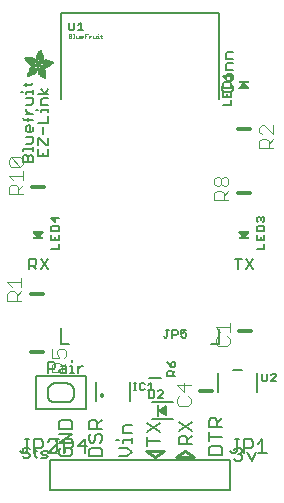
<source format=gbr>
G04 EAGLE Gerber RS-274X export*
G75*
%MOMM*%
%FSLAX34Y34*%
%LPD*%
%INSilkscreen Top*%
%IPPOS*%
%AMOC8*
5,1,8,0,0,1.08239X$1,22.5*%
G01*
%ADD10C,0.152400*%
%ADD11C,0.254000*%
%ADD12C,0.127000*%
%ADD13C,0.203200*%
%ADD14C,0.050800*%
%ADD15C,0.304800*%
%ADD16C,0.101600*%
%ADD17R,0.889000X0.190500*%
%ADD18R,0.200000X1.000000*%
%ADD19R,0.034300X0.003800*%
%ADD20R,0.057200X0.003800*%
%ADD21R,0.076200X0.003800*%
%ADD22R,0.091400X0.003800*%
%ADD23R,0.102900X0.003800*%
%ADD24R,0.114300X0.003900*%
%ADD25R,0.129500X0.003800*%
%ADD26R,0.137200X0.003800*%
%ADD27R,0.144800X0.003800*%
%ADD28R,0.152400X0.003800*%
%ADD29R,0.160000X0.003800*%
%ADD30R,0.171500X0.003800*%
%ADD31R,0.175300X0.003800*%
%ADD32R,0.182900X0.003800*%
%ADD33R,0.190500X0.003800*%
%ADD34R,0.194300X0.003900*%
%ADD35R,0.201900X0.003800*%
%ADD36R,0.209500X0.003800*%
%ADD37R,0.213400X0.003800*%
%ADD38R,0.221000X0.003800*%
%ADD39R,0.224800X0.003800*%
%ADD40R,0.232400X0.003800*%
%ADD41R,0.240000X0.003800*%
%ADD42R,0.243800X0.003800*%
%ADD43R,0.247600X0.003800*%
%ADD44R,0.255300X0.003900*%
%ADD45R,0.259100X0.003800*%
%ADD46R,0.262900X0.003800*%
%ADD47R,0.270500X0.003800*%
%ADD48R,0.274300X0.003800*%
%ADD49R,0.281900X0.003800*%
%ADD50R,0.285700X0.003800*%
%ADD51R,0.289500X0.003800*%
%ADD52R,0.297200X0.003800*%
%ADD53R,0.301000X0.003800*%
%ADD54R,0.304800X0.003900*%
%ADD55R,0.312400X0.003800*%
%ADD56R,0.316200X0.003800*%
%ADD57R,0.320000X0.003800*%
%ADD58R,0.327600X0.003800*%
%ADD59R,0.331500X0.003800*%
%ADD60R,0.339100X0.003800*%
%ADD61R,0.342900X0.003800*%
%ADD62R,0.346700X0.003800*%
%ADD63R,0.354300X0.003800*%
%ADD64R,0.358100X0.003900*%
%ADD65R,0.361900X0.003800*%
%ADD66R,0.369600X0.003800*%
%ADD67R,0.373400X0.003800*%
%ADD68R,0.377200X0.003800*%
%ADD69R,0.384800X0.003800*%
%ADD70R,0.388600X0.003800*%
%ADD71R,0.396200X0.003800*%
%ADD72R,0.400000X0.003800*%
%ADD73R,0.403800X0.003800*%
%ADD74R,0.411500X0.003900*%
%ADD75R,0.415300X0.003800*%
%ADD76R,0.419100X0.003800*%
%ADD77R,0.045700X0.003800*%
%ADD78R,0.426700X0.003800*%
%ADD79R,0.072400X0.003800*%
%ADD80R,0.430500X0.003800*%
%ADD81R,0.095300X0.003800*%
%ADD82R,0.438100X0.003800*%
%ADD83R,0.110500X0.003800*%
%ADD84R,0.441900X0.003800*%
%ADD85R,0.445800X0.003800*%
%ADD86R,0.144700X0.003800*%
%ADD87R,0.453400X0.003800*%
%ADD88R,0.457200X0.003800*%
%ADD89R,0.175300X0.003900*%
%ADD90R,0.461000X0.003900*%
%ADD91R,0.468600X0.003800*%
%ADD92R,0.205800X0.003800*%
%ADD93R,0.472400X0.003800*%
%ADD94R,0.217200X0.003800*%
%ADD95R,0.476200X0.003800*%
%ADD96R,0.483900X0.003800*%
%ADD97R,0.247700X0.003800*%
%ADD98R,0.487700X0.003800*%
%ADD99R,0.495300X0.003800*%
%ADD100R,0.499100X0.003800*%
%ADD101R,0.502900X0.003800*%
%ADD102R,0.510500X0.003800*%
%ADD103R,0.308600X0.003900*%
%ADD104R,0.514300X0.003900*%
%ADD105R,0.323800X0.003800*%
%ADD106R,0.518100X0.003800*%
%ADD107R,0.335300X0.003800*%
%ADD108R,0.525800X0.003800*%
%ADD109R,0.529600X0.003800*%
%ADD110R,0.358100X0.003800*%
%ADD111R,0.533400X0.003800*%
%ADD112R,0.537200X0.003800*%
%ADD113R,0.381000X0.003800*%
%ADD114R,0.544800X0.003800*%
%ADD115R,0.392400X0.003800*%
%ADD116R,0.548600X0.003800*%
%ADD117R,0.552400X0.003800*%
%ADD118R,0.556200X0.003800*%
%ADD119R,0.422900X0.003900*%
%ADD120R,0.560100X0.003900*%
%ADD121R,0.434300X0.003800*%
%ADD122R,0.563900X0.003800*%
%ADD123R,0.567700X0.003800*%
%ADD124R,0.461000X0.003800*%
%ADD125R,0.571500X0.003800*%
%ADD126R,0.575300X0.003800*%
%ADD127R,0.480100X0.003800*%
%ADD128R,0.579100X0.003800*%
%ADD129R,0.491500X0.003800*%
%ADD130R,0.582900X0.003800*%
%ADD131R,0.586700X0.003800*%
%ADD132R,0.510600X0.003800*%
%ADD133R,0.590500X0.003800*%
%ADD134R,0.522000X0.003800*%
%ADD135R,0.594300X0.003800*%
%ADD136R,0.533400X0.003900*%
%ADD137R,0.598200X0.003900*%
%ADD138R,0.541000X0.003800*%
%ADD139R,0.602000X0.003800*%
%ADD140R,0.552500X0.003800*%
%ADD141R,0.605800X0.003800*%
%ADD142R,0.560100X0.003800*%
%ADD143R,0.609600X0.003800*%
%ADD144R,0.613400X0.003800*%
%ADD145R,0.583000X0.003800*%
%ADD146R,0.617200X0.003800*%
%ADD147R,0.594400X0.003800*%
%ADD148R,0.621000X0.003800*%
%ADD149R,0.598200X0.003800*%
%ADD150R,0.624800X0.003800*%
%ADD151R,0.613500X0.003900*%
%ADD152R,0.628600X0.003900*%
%ADD153R,0.632400X0.003800*%
%ADD154R,0.628600X0.003800*%
%ADD155R,0.636300X0.003800*%
%ADD156R,0.640100X0.003800*%
%ADD157R,0.636200X0.003800*%
%ADD158R,0.643900X0.003800*%
%ADD159R,0.647700X0.003800*%
%ADD160R,0.651500X0.003800*%
%ADD161R,0.659100X0.003800*%
%ADD162R,0.659100X0.003900*%
%ADD163R,0.655300X0.003900*%
%ADD164R,0.662900X0.003800*%
%ADD165R,0.655300X0.003800*%
%ADD166R,0.670500X0.003800*%
%ADD167R,0.670600X0.003800*%
%ADD168R,0.674400X0.003800*%
%ADD169R,0.682000X0.003800*%
%ADD170R,0.666700X0.003800*%
%ADD171R,0.685800X0.003800*%
%ADD172R,0.689600X0.003800*%
%ADD173R,0.693400X0.003900*%
%ADD174R,0.674400X0.003900*%
%ADD175R,0.697200X0.003800*%
%ADD176R,0.678200X0.003800*%
%ADD177R,0.697300X0.003800*%
%ADD178R,0.701100X0.003800*%
%ADD179R,0.704900X0.003800*%
%ADD180R,0.708700X0.003800*%
%ADD181R,0.712500X0.003800*%
%ADD182R,0.716300X0.003800*%
%ADD183R,0.720100X0.003900*%
%ADD184R,0.689600X0.003900*%
%ADD185R,0.720000X0.003800*%
%ADD186R,0.693400X0.003800*%
%ADD187R,0.723900X0.003800*%
%ADD188R,0.727700X0.003800*%
%ADD189R,0.731500X0.003800*%
%ADD190R,0.701000X0.003800*%
%ADD191R,0.735300X0.003800*%
%ADD192R,0.731500X0.003900*%
%ADD193R,0.701000X0.003900*%
%ADD194R,0.704800X0.003800*%
%ADD195R,0.739100X0.003800*%
%ADD196R,0.743000X0.003800*%
%ADD197R,0.739200X0.003800*%
%ADD198R,0.743000X0.003900*%
%ADD199R,0.704800X0.003900*%
%ADD200R,0.746800X0.003800*%
%ADD201R,0.746800X0.003900*%
%ADD202R,0.742900X0.003800*%
%ADD203R,0.746700X0.003800*%
%ADD204R,0.746700X0.003900*%
%ADD205R,1.428800X0.003800*%
%ADD206R,1.424900X0.003800*%
%ADD207R,1.421100X0.003900*%
%ADD208R,1.421100X0.003800*%
%ADD209R,1.417300X0.003800*%
%ADD210R,1.413500X0.003800*%
%ADD211R,1.409700X0.003800*%
%ADD212R,1.405900X0.003800*%
%ADD213R,1.402100X0.003800*%
%ADD214R,1.398300X0.003800*%
%ADD215R,0.983000X0.003900*%
%ADD216R,0.384800X0.003900*%
%ADD217R,0.971600X0.003800*%
%ADD218R,0.963900X0.003800*%
%ADD219R,0.956300X0.003800*%
%ADD220R,0.365800X0.003800*%
%ADD221R,0.952500X0.003800*%
%ADD222R,0.941000X0.003800*%
%ADD223R,0.358200X0.003800*%
%ADD224R,0.937200X0.003800*%
%ADD225R,0.933400X0.003800*%
%ADD226R,0.354400X0.003800*%
%ADD227R,0.925800X0.003800*%
%ADD228R,0.350500X0.003800*%
%ADD229R,0.922000X0.003800*%
%ADD230R,0.918200X0.003900*%
%ADD231R,0.346700X0.003900*%
%ADD232R,0.910600X0.003800*%
%ADD233R,0.906800X0.003800*%
%ADD234R,0.903000X0.003800*%
%ADD235R,0.339000X0.003800*%
%ADD236R,0.895300X0.003800*%
%ADD237R,0.335200X0.003800*%
%ADD238R,0.887700X0.003800*%
%ADD239R,0.883900X0.003800*%
%ADD240R,0.331400X0.003800*%
%ADD241R,0.880100X0.003800*%
%ADD242R,0.876300X0.003800*%
%ADD243R,0.468600X0.003900*%
%ADD244R,0.396200X0.003900*%
%ADD245R,0.323800X0.003900*%
%ADD246R,0.449600X0.003800*%
%ADD247R,0.323900X0.003800*%
%ADD248R,0.442000X0.003800*%
%ADD249R,0.434400X0.003800*%
%ADD250R,0.320100X0.003800*%
%ADD251R,0.316300X0.003800*%
%ADD252R,0.426800X0.003800*%
%ADD253R,0.327700X0.003800*%
%ADD254R,0.312500X0.003800*%
%ADD255R,0.422900X0.003800*%
%ADD256R,0.308600X0.003800*%
%ADD257R,0.293400X0.003800*%
%ADD258R,0.304800X0.003800*%
%ADD259R,0.419100X0.003900*%
%ADD260R,0.285700X0.003900*%
%ADD261R,0.301000X0.003900*%
%ADD262R,0.411500X0.003800*%
%ADD263R,0.407700X0.003800*%
%ADD264R,0.289600X0.003800*%
%ADD265R,0.285800X0.003800*%
%ADD266R,0.403900X0.003800*%
%ADD267R,0.228600X0.003800*%
%ADD268R,0.403900X0.003900*%
%ADD269R,0.221000X0.003900*%
%ADD270R,0.278100X0.003900*%
%ADD271R,0.400100X0.003800*%
%ADD272R,0.209600X0.003800*%
%ADD273R,0.266700X0.003800*%
%ADD274R,0.038100X0.003800*%
%ADD275R,0.194300X0.003800*%
%ADD276R,0.148600X0.003800*%
%ADD277R,0.259000X0.003800*%
%ADD278R,0.182800X0.003800*%
%ADD279R,0.186700X0.003800*%
%ADD280R,0.251400X0.003800*%
%ADD281R,0.179100X0.003800*%
%ADD282R,0.236200X0.003800*%
%ADD283R,0.243900X0.003900*%
%ADD284R,0.282000X0.003900*%
%ADD285R,0.167700X0.003800*%
%ADD286R,0.236300X0.003800*%
%ADD287R,0.396300X0.003800*%
%ADD288R,0.163900X0.003800*%
%ADD289R,0.392500X0.003800*%
%ADD290R,0.160100X0.003800*%
%ADD291R,0.586800X0.003800*%
%ADD292R,0.148500X0.003800*%
%ADD293R,0.140900X0.003800*%
%ADD294R,0.392400X0.003900*%
%ADD295R,0.140900X0.003900*%
%ADD296R,0.647700X0.003900*%
%ADD297R,0.133300X0.003800*%
%ADD298R,0.674300X0.003800*%
%ADD299R,0.388700X0.003800*%
%ADD300R,0.125700X0.003800*%
%ADD301R,0.121900X0.003800*%
%ADD302R,0.720100X0.003800*%
%ADD303R,0.118100X0.003800*%
%ADD304R,0.118100X0.003900*%
%ADD305R,0.739100X0.003900*%
%ADD306R,0.114300X0.003800*%
%ADD307R,0.754400X0.003800*%
%ADD308R,0.765800X0.003800*%
%ADD309R,0.773400X0.003800*%
%ADD310R,0.784800X0.003800*%
%ADD311R,0.118200X0.003800*%
%ADD312R,0.792500X0.003800*%
%ADD313R,0.803900X0.003800*%
%ADD314R,0.122000X0.003800*%
%ADD315R,0.815400X0.003800*%
%ADD316R,0.125800X0.003800*%
%ADD317R,0.826800X0.003800*%
%ADD318R,0.369500X0.003900*%
%ADD319R,0.133400X0.003900*%
%ADD320R,0.842000X0.003900*%
%ADD321R,0.365700X0.003800*%
%ADD322R,1.009700X0.003800*%
%ADD323R,1.013500X0.003800*%
%ADD324R,0.362000X0.003800*%
%ADD325R,1.024900X0.003800*%
%ADD326R,1.028700X0.003800*%
%ADD327R,1.036300X0.003800*%
%ADD328R,1.047800X0.003800*%
%ADD329R,1.055400X0.003800*%
%ADD330R,1.070600X0.003800*%
%ADD331R,0.030500X0.003800*%
%ADD332R,1.436400X0.003800*%
%ADD333R,1.562100X0.003900*%
%ADD334R,1.588700X0.003800*%
%ADD335R,1.607800X0.003800*%
%ADD336R,1.626900X0.003800*%
%ADD337R,1.642100X0.003800*%
%ADD338R,1.657400X0.003800*%
%ADD339R,1.676400X0.003800*%
%ADD340R,1.687800X0.003800*%
%ADD341R,1.703000X0.003800*%
%ADD342R,1.714500X0.003800*%
%ADD343R,1.726000X0.003900*%
%ADD344R,1.741200X0.003800*%
%ADD345R,0.914400X0.003800*%
%ADD346R,0.769600X0.003800*%
%ADD347R,0.884000X0.003800*%
%ADD348R,0.712400X0.003800*%
%ADD349R,0.880100X0.003900*%
%ADD350R,0.887800X0.003800*%
%ADD351R,0.891600X0.003800*%
%ADD352R,0.895400X0.003800*%
%ADD353R,0.251500X0.003800*%
%ADD354R,0.579200X0.003900*%
%ADD355R,0.243900X0.003800*%
%ADD356R,0.556300X0.003800*%
%ADD357R,0.255200X0.003800*%
%ADD358R,0.529500X0.003800*%
%ADD359R,0.731600X0.003800*%
%ADD360R,0.525800X0.003900*%
%ADD361R,0.281900X0.003900*%
%ADD362R,0.735400X0.003900*%
%ADD363R,0.300900X0.003800*%
%ADD364R,0.762000X0.003800*%
%ADD365R,0.518200X0.003800*%
%ADD366R,0.350600X0.003800*%
%ADD367R,0.796300X0.003800*%
%ADD368R,0.807800X0.003800*%
%ADD369R,0.506700X0.003800*%
%ADD370R,0.849600X0.003800*%
%ADD371R,0.506700X0.003900*%
%ADD372R,1.371600X0.003900*%
%ADD373R,1.207800X0.003800*%
%ADD374R,0.503000X0.003800*%
%ADD375R,0.141000X0.003800*%
%ADD376R,1.203900X0.003800*%
%ADD377R,1.204000X0.003800*%
%ADD378R,1.200200X0.003800*%
%ADD379R,0.499100X0.003900*%
%ADD380R,0.156200X0.003900*%
%ADD381R,1.196400X0.003900*%
%ADD382R,1.196400X0.003800*%
%ADD383R,0.163800X0.003800*%
%ADD384R,0.167600X0.003800*%
%ADD385R,1.192500X0.003800*%
%ADD386R,0.499200X0.003800*%
%ADD387R,1.188700X0.003800*%
%ADD388R,0.506800X0.003800*%
%ADD389R,1.184900X0.003800*%
%ADD390R,0.510600X0.003900*%
%ADD391R,0.209600X0.003900*%
%ADD392R,1.181100X0.003900*%
%ADD393R,0.514400X0.003800*%
%ADD394R,1.181100X0.003800*%
%ADD395R,1.177300X0.003800*%
%ADD396R,0.240100X0.003800*%
%ADD397R,1.173500X0.003800*%
%ADD398R,1.169700X0.003800*%
%ADD399R,1.165900X0.003800*%
%ADD400R,1.162100X0.003800*%
%ADD401R,0.929700X0.003900*%
%ADD402R,1.162100X0.003900*%
%ADD403R,0.929700X0.003800*%
%ADD404R,1.154500X0.003800*%
%ADD405R,0.933500X0.003800*%
%ADD406R,1.150600X0.003800*%
%ADD407R,0.937300X0.003800*%
%ADD408R,1.146800X0.003800*%
%ADD409R,0.941100X0.003800*%
%ADD410R,1.139200X0.003800*%
%ADD411R,0.944900X0.003800*%
%ADD412R,1.135400X0.003800*%
%ADD413R,0.948700X0.003800*%
%ADD414R,1.127800X0.003800*%
%ADD415R,1.124000X0.003800*%
%ADD416R,1.116400X0.003800*%
%ADD417R,0.956300X0.003900*%
%ADD418R,1.104900X0.003900*%
%ADD419R,0.960100X0.003800*%
%ADD420R,1.093500X0.003800*%
%ADD421R,1.085900X0.003800*%
%ADD422R,0.967800X0.003800*%
%ADD423R,1.074500X0.003800*%
%ADD424R,1.063000X0.003800*%
%ADD425R,0.975400X0.003800*%
%ADD426R,1.036400X0.003800*%
%ADD427R,0.979200X0.003800*%
%ADD428R,1.021000X0.003800*%
%ADD429R,0.983000X0.003800*%
%ADD430R,1.009600X0.003800*%
%ADD431R,0.986800X0.003800*%
%ADD432R,0.998200X0.003800*%
%ADD433R,0.990600X0.003900*%
%ADD434R,0.986700X0.003900*%
%ADD435R,0.994400X0.003800*%
%ADD436R,0.975300X0.003800*%
%ADD437R,0.948600X0.003800*%
%ADD438R,1.002000X0.003800*%
%ADD439R,0.213300X0.003800*%
%ADD440R,0.217100X0.003800*%
%ADD441R,1.017300X0.003800*%
%ADD442R,0.666800X0.003800*%
%ADD443R,0.220900X0.003800*%
%ADD444R,1.028700X0.003900*%
%ADD445R,0.224700X0.003900*%
%ADD446R,1.032500X0.003800*%
%ADD447R,1.040100X0.003800*%
%ADD448R,1.043900X0.003800*%
%ADD449R,0.548700X0.003800*%
%ADD450R,1.051500X0.003800*%
%ADD451R,1.055300X0.003800*%
%ADD452R,1.059100X0.003800*%
%ADD453R,1.062900X0.003800*%
%ADD454R,0.255300X0.003800*%
%ADD455R,1.066800X0.003900*%
%ADD456R,0.259100X0.003900*%
%ADD457R,0.457200X0.003900*%
%ADD458R,0.423000X0.003800*%
%ADD459R,1.082100X0.003800*%
%ADD460R,0.274400X0.003800*%
%ADD461R,0.278200X0.003800*%
%ADD462R,1.101100X0.003800*%
%ADD463R,0.278100X0.003800*%
%ADD464R,0.876300X0.003900*%
%ADD465R,0.236200X0.003900*%
%ADD466R,0.289600X0.003900*%
%ADD467R,0.247700X0.003900*%
%ADD468R,0.049500X0.003800*%
%ADD469R,0.640100X0.003900*%
%ADD470R,0.659200X0.003800*%
%ADD471R,0.663000X0.003800*%
%ADD472R,0.872500X0.003900*%
%ADD473R,0.666800X0.003900*%
%ADD474R,0.872500X0.003800*%
%ADD475R,0.868700X0.003800*%
%ADD476R,0.864900X0.003800*%
%ADD477R,0.861100X0.003800*%
%ADD478R,0.857300X0.003800*%
%ADD479R,0.853400X0.003800*%
%ADD480R,0.845800X0.003800*%
%ADD481R,0.682000X0.003900*%
%ADD482R,0.842000X0.003800*%
%ADD483R,0.834400X0.003800*%
%ADD484R,0.823000X0.003800*%
%ADD485R,0.815300X0.003800*%
%ADD486R,0.811500X0.003800*%
%ADD487R,0.788700X0.003800*%
%ADD488R,0.777300X0.003900*%
%ADD489R,0.750600X0.003800*%
%ADD490R,0.735400X0.003800*%
%ADD491R,0.727800X0.003800*%
%ADD492R,0.628700X0.003800*%
%ADD493R,0.575400X0.003800*%
%ADD494R,0.670600X0.003900*%
%ADD495R,0.655400X0.003800*%
%ADD496R,0.651500X0.003900*%
%ADD497R,0.624800X0.003900*%
%ADD498R,0.594400X0.003900*%
%ADD499R,0.563900X0.003900*%
%ADD500R,0.541100X0.003800*%
%ADD501R,0.537300X0.003800*%
%ADD502R,0.525700X0.003800*%
%ADD503R,0.525700X0.003900*%
%ADD504R,0.514300X0.003800*%
%ADD505R,0.480100X0.003900*%
%ADD506R,0.464800X0.003800*%
%ADD507R,0.442000X0.003900*%
%ADD508R,0.438200X0.003800*%
%ADD509R,0.430600X0.003800*%
%ADD510R,0.407600X0.003800*%
%ADD511R,0.403800X0.003900*%
%ADD512R,0.365700X0.003900*%
%ADD513R,0.327700X0.003900*%
%ADD514R,0.243800X0.003900*%
%ADD515R,0.205800X0.003900*%
%ADD516R,0.198100X0.003800*%
%ADD517R,0.163800X0.003900*%
%ADD518R,0.137100X0.003800*%
%ADD519R,0.091500X0.003900*%
%ADD520R,0.060900X0.003800*%

G36*
X193058Y339602D02*
X193058Y339602D01*
X193075Y339600D01*
X193179Y339621D01*
X193283Y339639D01*
X193298Y339647D01*
X193316Y339651D01*
X193407Y339704D01*
X193500Y339754D01*
X193512Y339766D01*
X193528Y339776D01*
X193597Y339855D01*
X193670Y339932D01*
X193677Y339948D01*
X193689Y339962D01*
X193729Y340059D01*
X193773Y340155D01*
X193775Y340173D01*
X193782Y340189D01*
X193789Y340295D01*
X193800Y340399D01*
X193796Y340417D01*
X193798Y340435D01*
X193770Y340537D01*
X193748Y340640D01*
X193739Y340655D01*
X193734Y340672D01*
X193649Y340817D01*
X189839Y345897D01*
X189836Y345900D01*
X189834Y345904D01*
X189747Y345985D01*
X189662Y346067D01*
X189658Y346069D01*
X189655Y346072D01*
X189546Y346122D01*
X189439Y346172D01*
X189435Y346172D01*
X189431Y346174D01*
X189313Y346187D01*
X189195Y346200D01*
X189191Y346200D01*
X189186Y346200D01*
X189070Y346174D01*
X188954Y346150D01*
X188950Y346147D01*
X188946Y346146D01*
X188844Y346085D01*
X188742Y346025D01*
X188739Y346021D01*
X188736Y346019D01*
X188621Y345897D01*
X184811Y340817D01*
X184803Y340801D01*
X184791Y340788D01*
X184746Y340692D01*
X184697Y340599D01*
X184694Y340581D01*
X184687Y340565D01*
X184675Y340460D01*
X184659Y340356D01*
X184662Y340338D01*
X184660Y340321D01*
X184682Y340218D01*
X184700Y340113D01*
X184708Y340098D01*
X184712Y340080D01*
X184766Y339990D01*
X184816Y339897D01*
X184829Y339884D01*
X184838Y339869D01*
X184918Y339800D01*
X184995Y339728D01*
X185012Y339721D01*
X185025Y339709D01*
X185123Y339670D01*
X185219Y339626D01*
X185237Y339624D01*
X185253Y339617D01*
X185420Y339599D01*
X193040Y339599D01*
X193058Y339602D01*
G37*
G36*
X15279Y212600D02*
X15279Y212600D01*
X15284Y212600D01*
X15400Y212626D01*
X15516Y212651D01*
X15520Y212653D01*
X15524Y212654D01*
X15626Y212715D01*
X15728Y212776D01*
X15731Y212779D01*
X15734Y212781D01*
X15849Y212903D01*
X19659Y217983D01*
X19667Y217999D01*
X19680Y218012D01*
X19724Y218108D01*
X19773Y218201D01*
X19776Y218219D01*
X19783Y218235D01*
X19795Y218340D01*
X19811Y218444D01*
X19808Y218462D01*
X19810Y218479D01*
X19788Y218582D01*
X19770Y218687D01*
X19762Y218702D01*
X19758Y218720D01*
X19704Y218810D01*
X19654Y218904D01*
X19641Y218916D01*
X19632Y218931D01*
X19552Y219000D01*
X19475Y219072D01*
X19458Y219079D01*
X19445Y219091D01*
X19347Y219130D01*
X19251Y219174D01*
X19233Y219176D01*
X19217Y219183D01*
X19050Y219201D01*
X11430Y219201D01*
X11412Y219198D01*
X11395Y219200D01*
X11291Y219179D01*
X11187Y219162D01*
X11172Y219153D01*
X11154Y219150D01*
X11063Y219096D01*
X10970Y219046D01*
X10958Y219034D01*
X10942Y219025D01*
X10873Y218945D01*
X10801Y218868D01*
X10793Y218852D01*
X10781Y218838D01*
X10741Y218741D01*
X10697Y218645D01*
X10695Y218627D01*
X10688Y218611D01*
X10681Y218505D01*
X10670Y218401D01*
X10674Y218383D01*
X10672Y218365D01*
X10700Y218263D01*
X10722Y218160D01*
X10731Y218145D01*
X10736Y218128D01*
X10821Y217983D01*
X14631Y212903D01*
X14634Y212900D01*
X14636Y212897D01*
X14723Y212815D01*
X14808Y212733D01*
X14812Y212731D01*
X14815Y212728D01*
X14924Y212678D01*
X15031Y212628D01*
X15035Y212628D01*
X15039Y212626D01*
X15157Y212613D01*
X15275Y212600D01*
X15279Y212600D01*
G37*
G36*
X189269Y212600D02*
X189269Y212600D01*
X189274Y212600D01*
X189390Y212626D01*
X189506Y212651D01*
X189510Y212653D01*
X189514Y212654D01*
X189616Y212715D01*
X189718Y212776D01*
X189721Y212779D01*
X189724Y212781D01*
X189839Y212903D01*
X193649Y217983D01*
X193657Y217999D01*
X193670Y218012D01*
X193714Y218108D01*
X193763Y218201D01*
X193766Y218219D01*
X193773Y218235D01*
X193785Y218340D01*
X193801Y218444D01*
X193798Y218462D01*
X193800Y218479D01*
X193778Y218582D01*
X193760Y218687D01*
X193752Y218702D01*
X193748Y218720D01*
X193694Y218810D01*
X193644Y218904D01*
X193631Y218916D01*
X193622Y218931D01*
X193542Y219000D01*
X193465Y219072D01*
X193448Y219079D01*
X193435Y219091D01*
X193337Y219130D01*
X193241Y219174D01*
X193223Y219176D01*
X193207Y219183D01*
X193040Y219201D01*
X185420Y219201D01*
X185402Y219198D01*
X185385Y219200D01*
X185281Y219179D01*
X185177Y219162D01*
X185162Y219153D01*
X185144Y219150D01*
X185053Y219096D01*
X184960Y219046D01*
X184948Y219034D01*
X184932Y219025D01*
X184863Y218945D01*
X184791Y218868D01*
X184783Y218852D01*
X184771Y218838D01*
X184731Y218741D01*
X184687Y218645D01*
X184685Y218627D01*
X184678Y218611D01*
X184671Y218505D01*
X184660Y218401D01*
X184664Y218383D01*
X184662Y218365D01*
X184690Y218263D01*
X184712Y218160D01*
X184721Y218145D01*
X184726Y218128D01*
X184811Y217983D01*
X188621Y212903D01*
X188624Y212900D01*
X188626Y212897D01*
X188713Y212815D01*
X188798Y212733D01*
X188802Y212731D01*
X188805Y212728D01*
X188914Y212678D01*
X189021Y212628D01*
X189025Y212628D01*
X189029Y212626D01*
X189147Y212613D01*
X189265Y212600D01*
X189269Y212600D01*
G37*
G36*
X122695Y64303D02*
X122695Y64303D01*
X122766Y64301D01*
X122835Y64319D01*
X122906Y64328D01*
X122972Y64355D01*
X123041Y64373D01*
X123102Y64410D01*
X123168Y64437D01*
X123224Y64482D01*
X123286Y64519D01*
X123335Y64570D01*
X123390Y64615D01*
X123431Y64674D01*
X123480Y64726D01*
X123513Y64789D01*
X123554Y64847D01*
X123577Y64915D01*
X123610Y64979D01*
X123620Y65038D01*
X123647Y65116D01*
X123653Y65235D01*
X123665Y65310D01*
X123665Y69310D01*
X123655Y69381D01*
X123655Y69453D01*
X123635Y69521D01*
X123625Y69592D01*
X123596Y69657D01*
X123576Y69726D01*
X123538Y69786D01*
X123509Y69851D01*
X123463Y69906D01*
X123425Y69966D01*
X123372Y70014D01*
X123326Y70068D01*
X123266Y70108D01*
X123212Y70155D01*
X123148Y70186D01*
X123089Y70226D01*
X123021Y70247D01*
X122956Y70278D01*
X122886Y70290D01*
X122818Y70311D01*
X122746Y70313D01*
X122676Y70325D01*
X122605Y70317D01*
X122534Y70319D01*
X122464Y70300D01*
X122393Y70292D01*
X122338Y70267D01*
X122259Y70247D01*
X122156Y70186D01*
X122087Y70155D01*
X119087Y68155D01*
X119000Y68078D01*
X118910Y68005D01*
X118895Y67983D01*
X118875Y67965D01*
X118813Y67868D01*
X118746Y67773D01*
X118738Y67747D01*
X118723Y67725D01*
X118691Y67614D01*
X118653Y67504D01*
X118652Y67477D01*
X118645Y67452D01*
X118645Y67336D01*
X118639Y67220D01*
X118645Y67194D01*
X118645Y67167D01*
X118677Y67056D01*
X118703Y66943D01*
X118716Y66920D01*
X118724Y66894D01*
X118786Y66796D01*
X118842Y66695D01*
X118860Y66679D01*
X118875Y66654D01*
X119083Y66469D01*
X119087Y66465D01*
X122087Y64465D01*
X122151Y64434D01*
X122211Y64395D01*
X122279Y64373D01*
X122343Y64342D01*
X122414Y64330D01*
X122482Y64309D01*
X122553Y64307D01*
X122624Y64295D01*
X122695Y64303D01*
G37*
D10*
X34367Y36159D02*
X32502Y34295D01*
X32502Y30566D01*
X34367Y28702D01*
X41824Y28702D01*
X43688Y30566D01*
X43688Y34295D01*
X41824Y36159D01*
X38095Y36159D01*
X38095Y32431D01*
X43688Y40396D02*
X32502Y40396D01*
X43688Y47853D01*
X32502Y47853D01*
X32502Y52090D02*
X43688Y52090D01*
X43688Y57683D01*
X41824Y59547D01*
X34367Y59547D01*
X32502Y57683D01*
X32502Y52090D01*
X57902Y28702D02*
X69088Y28702D01*
X69088Y34295D01*
X67224Y36159D01*
X59767Y36159D01*
X57902Y34295D01*
X57902Y28702D01*
X57902Y45989D02*
X59767Y47853D01*
X57902Y45989D02*
X57902Y42260D01*
X59767Y40396D01*
X61631Y40396D01*
X63495Y42260D01*
X63495Y45989D01*
X65360Y47853D01*
X67224Y47853D01*
X69088Y45989D01*
X69088Y42260D01*
X67224Y40396D01*
X69088Y52090D02*
X57902Y52090D01*
X57902Y57683D01*
X59767Y59547D01*
X63495Y59547D01*
X65360Y57683D01*
X65360Y52090D01*
X65360Y55818D02*
X69088Y59547D01*
X83302Y28702D02*
X90760Y28702D01*
X94488Y32431D01*
X90760Y36159D01*
X83302Y36159D01*
X87031Y40396D02*
X87031Y42260D01*
X94488Y42260D01*
X94488Y40396D02*
X94488Y44124D01*
X83302Y42260D02*
X81438Y42260D01*
X87031Y48192D02*
X94488Y48192D01*
X87031Y48192D02*
X87031Y53785D01*
X88895Y55649D01*
X94488Y55649D01*
X107432Y41321D02*
X118618Y41321D01*
X107432Y45049D02*
X107432Y37592D01*
X107432Y49286D02*
X118618Y56743D01*
X118618Y49286D02*
X107432Y56743D01*
X134102Y38862D02*
X145288Y38862D01*
X134102Y38862D02*
X134102Y44455D01*
X135967Y46319D01*
X139695Y46319D01*
X141560Y44455D01*
X141560Y38862D01*
X141560Y42591D02*
X145288Y46319D01*
X145288Y58013D02*
X134102Y50556D01*
X134102Y58013D02*
X145288Y50556D01*
X159502Y29972D02*
X170688Y29972D01*
X170688Y35565D01*
X168824Y37429D01*
X161367Y37429D01*
X159502Y35565D01*
X159502Y29972D01*
X159502Y45394D02*
X170688Y45394D01*
X159502Y41666D02*
X159502Y49123D01*
X159502Y53360D02*
X170688Y53360D01*
X159502Y53360D02*
X159502Y58953D01*
X161367Y60817D01*
X165095Y60817D01*
X166960Y58953D01*
X166960Y53360D01*
X166960Y57088D02*
X170688Y60817D01*
D11*
X114300Y27940D02*
X106680Y33020D01*
X114300Y27940D02*
X121920Y33020D01*
X106680Y33020D01*
X132080Y27940D02*
X147320Y27940D01*
X139700Y33020D01*
X132080Y27940D01*
D10*
X180574Y34213D02*
X182438Y36078D01*
X186167Y36078D01*
X188031Y34213D01*
X188031Y32349D01*
X186167Y30485D01*
X184303Y30485D01*
X186167Y30485D02*
X188031Y28621D01*
X188031Y26756D01*
X186167Y24892D01*
X182438Y24892D01*
X180574Y26756D01*
X192268Y32349D02*
X195997Y24892D01*
X199725Y32349D01*
D12*
X7837Y34720D02*
X6354Y36203D01*
X3388Y36203D01*
X1905Y34720D01*
X1905Y33237D01*
X3388Y31754D01*
X6354Y31754D01*
X7837Y30271D01*
X7837Y28788D01*
X6354Y27305D01*
X3388Y27305D01*
X1905Y28788D01*
X12743Y28788D02*
X12743Y34720D01*
X12743Y28788D02*
X14226Y27305D01*
X14226Y33237D02*
X11260Y33237D01*
X17497Y27305D02*
X21946Y27305D01*
X23429Y28788D01*
X21946Y30271D01*
X18980Y30271D01*
X17497Y31754D01*
X18980Y33237D01*
X23429Y33237D01*
X23772Y99695D02*
X23772Y108593D01*
X28221Y108593D01*
X29704Y107110D01*
X29704Y104144D01*
X28221Y102661D01*
X23772Y102661D01*
X34610Y105627D02*
X37576Y105627D01*
X39059Y104144D01*
X39059Y99695D01*
X34610Y99695D01*
X33127Y101178D01*
X34610Y102661D01*
X39059Y102661D01*
X42482Y105627D02*
X43965Y105627D01*
X43965Y99695D01*
X42482Y99695D02*
X45448Y99695D01*
X43965Y108593D02*
X43965Y110076D01*
X48719Y105627D02*
X48719Y99695D01*
X48719Y102661D02*
X51685Y105627D01*
X53168Y105627D01*
X170807Y341634D02*
X172290Y343117D01*
X170807Y341634D02*
X170807Y338668D01*
X172290Y337185D01*
X178222Y337185D01*
X179705Y338668D01*
X179705Y341634D01*
X178222Y343117D01*
X179705Y348023D02*
X179705Y350989D01*
X178222Y352472D01*
X175256Y352472D01*
X173773Y350989D01*
X173773Y348023D01*
X175256Y346540D01*
X178222Y346540D01*
X179705Y348023D01*
X179705Y355895D02*
X173773Y355895D01*
X173773Y360344D01*
X175256Y361827D01*
X179705Y361827D01*
X179705Y365251D02*
X173773Y365251D01*
X173773Y369699D01*
X175256Y371182D01*
X179705Y371182D01*
X184746Y196223D02*
X184746Y187325D01*
X181780Y196223D02*
X187712Y196223D01*
X191135Y196223D02*
X197067Y187325D01*
X191135Y187325D02*
X197067Y196223D01*
X7790Y196223D02*
X7790Y187325D01*
X7790Y196223D02*
X12239Y196223D01*
X13722Y194740D01*
X13722Y191774D01*
X12239Y190291D01*
X7790Y190291D01*
X10756Y190291D02*
X13722Y187325D01*
X23077Y187325D02*
X17145Y196223D01*
X23077Y196223D02*
X17145Y187325D01*
X10795Y277973D02*
X1897Y277973D01*
X1897Y282422D01*
X3380Y283905D01*
X4863Y283905D01*
X6346Y282422D01*
X7829Y283905D01*
X9312Y283905D01*
X10795Y282422D01*
X10795Y277973D01*
X6346Y277973D02*
X6346Y282422D01*
X1897Y287328D02*
X1897Y288811D01*
X10795Y288811D01*
X10795Y287328D02*
X10795Y290294D01*
X9312Y293565D02*
X4863Y293565D01*
X9312Y293565D02*
X10795Y295048D01*
X10795Y299497D01*
X4863Y299497D01*
X10795Y304403D02*
X10795Y307369D01*
X10795Y304403D02*
X9312Y302920D01*
X6346Y302920D01*
X4863Y304403D01*
X4863Y307369D01*
X6346Y308852D01*
X7829Y308852D01*
X7829Y302920D01*
X10795Y313758D02*
X3380Y313758D01*
X1897Y315241D01*
X6346Y315241D02*
X6346Y312275D01*
X4863Y318512D02*
X10795Y318512D01*
X7829Y318512D02*
X4863Y321478D01*
X4863Y322961D01*
X4863Y326308D02*
X9312Y326308D01*
X10795Y327791D01*
X10795Y332240D01*
X4863Y332240D01*
X4863Y335663D02*
X4863Y337146D01*
X10795Y337146D01*
X10795Y335663D02*
X10795Y338629D01*
X1897Y337146D02*
X414Y337146D01*
X3380Y343383D02*
X9312Y343383D01*
X10795Y344866D01*
X4863Y344866D02*
X4863Y341900D01*
X14597Y288582D02*
X14597Y282651D01*
X23495Y282651D01*
X23495Y288582D01*
X19046Y285616D02*
X19046Y282651D01*
X14597Y292006D02*
X14597Y297938D01*
X16080Y297938D01*
X22012Y292006D01*
X23495Y292006D01*
X23495Y297938D01*
X19046Y301361D02*
X19046Y307293D01*
X14597Y310716D02*
X23495Y310716D01*
X23495Y316648D01*
X17563Y320071D02*
X17563Y321554D01*
X23495Y321554D01*
X23495Y320071D02*
X23495Y323037D01*
X14597Y321554D02*
X13114Y321554D01*
X17563Y326308D02*
X23495Y326308D01*
X17563Y326308D02*
X17563Y330757D01*
X19046Y332240D01*
X23495Y332240D01*
X23495Y335663D02*
X14597Y335663D01*
X20529Y335663D02*
X23495Y340112D01*
X20529Y335663D02*
X17563Y340112D01*
D13*
X34600Y404160D02*
X168600Y404160D01*
X34600Y404160D02*
X34600Y331160D01*
X168600Y331160D02*
X168600Y404160D01*
X34600Y137160D02*
X34600Y124160D01*
X41600Y124160D01*
X168600Y124160D02*
X168600Y136160D01*
X168600Y124160D02*
X161600Y124160D01*
D10*
X41402Y390484D02*
X41402Y395992D01*
X41402Y390484D02*
X42504Y389382D01*
X44707Y389382D01*
X45808Y390484D01*
X45808Y395992D01*
X48886Y393788D02*
X51089Y395992D01*
X51089Y389382D01*
X48886Y389382D02*
X53293Y389382D01*
D14*
X40894Y386083D02*
X40894Y382524D01*
X40894Y386083D02*
X42674Y386083D01*
X43267Y385490D01*
X43267Y384897D01*
X42674Y384304D01*
X43267Y383710D01*
X43267Y383117D01*
X42674Y382524D01*
X40894Y382524D01*
X40894Y384304D02*
X42674Y384304D01*
X44636Y386083D02*
X45229Y386083D01*
X45229Y382524D01*
X44636Y382524D02*
X45822Y382524D01*
X47131Y383117D02*
X47131Y384897D01*
X47131Y383117D02*
X47724Y382524D01*
X49503Y382524D01*
X49503Y384897D01*
X51466Y382524D02*
X52652Y382524D01*
X51466Y382524D02*
X50873Y383117D01*
X50873Y384304D01*
X51466Y384897D01*
X52652Y384897D01*
X53246Y384304D01*
X53246Y383710D01*
X50873Y383710D01*
X54615Y382524D02*
X54615Y386083D01*
X56988Y386083D01*
X55801Y384304D02*
X54615Y384304D01*
X58357Y384897D02*
X58357Y382524D01*
X58357Y383710D02*
X59543Y384897D01*
X60136Y384897D01*
X61475Y384897D02*
X61475Y383117D01*
X62069Y382524D01*
X63848Y382524D01*
X63848Y384897D01*
X65217Y384897D02*
X65811Y384897D01*
X65811Y382524D01*
X66404Y382524D02*
X65217Y382524D01*
X65811Y386083D02*
X65811Y386676D01*
X68305Y385490D02*
X68305Y383117D01*
X68898Y382524D01*
X68898Y384897D02*
X67712Y384897D01*
D15*
X19050Y166370D02*
X8890Y166370D01*
D16*
X762Y160528D02*
X-10932Y160528D01*
X-10932Y166375D01*
X-8983Y168324D01*
X-5085Y168324D01*
X-3136Y166375D01*
X-3136Y160528D01*
X-3136Y164426D02*
X762Y168324D01*
X-7034Y172222D02*
X-10932Y176120D01*
X762Y176120D01*
X762Y172222D02*
X762Y180018D01*
D13*
X167650Y99440D02*
X167650Y83440D01*
X200650Y83440D02*
X200650Y99440D01*
X188150Y101940D02*
X180150Y101940D01*
D10*
X204692Y98812D02*
X204692Y93304D01*
X205794Y92202D01*
X207997Y92202D01*
X209098Y93304D01*
X209098Y98812D01*
X212176Y92202D02*
X216583Y92202D01*
X216583Y96608D02*
X212176Y92202D01*
X216583Y96608D02*
X216583Y97710D01*
X215481Y98812D01*
X213278Y98812D01*
X212176Y97710D01*
D12*
X55290Y96550D02*
X13290Y96550D01*
X55290Y96550D02*
X55290Y68550D01*
X13290Y68550D01*
X13290Y96550D01*
X23290Y80550D02*
X23292Y80398D01*
X23298Y80246D01*
X23307Y80094D01*
X23321Y79943D01*
X23338Y79792D01*
X23359Y79641D01*
X23384Y79491D01*
X23413Y79342D01*
X23445Y79194D01*
X23482Y79046D01*
X23521Y78899D01*
X23565Y78754D01*
X23613Y78609D01*
X23663Y78466D01*
X23718Y78324D01*
X23776Y78184D01*
X23838Y78045D01*
X23903Y77908D01*
X23972Y77772D01*
X24044Y77638D01*
X24119Y77506D01*
X24198Y77376D01*
X24280Y77248D01*
X24365Y77122D01*
X24454Y76999D01*
X24545Y76877D01*
X24640Y76758D01*
X24737Y76642D01*
X24838Y76528D01*
X24941Y76416D01*
X25047Y76307D01*
X25156Y76201D01*
X25268Y76098D01*
X25382Y75997D01*
X25498Y75900D01*
X25617Y75805D01*
X25739Y75714D01*
X25862Y75625D01*
X25988Y75540D01*
X26116Y75458D01*
X26246Y75379D01*
X26378Y75304D01*
X26512Y75232D01*
X26648Y75163D01*
X26785Y75098D01*
X26924Y75036D01*
X27064Y74978D01*
X27206Y74923D01*
X27349Y74873D01*
X27494Y74825D01*
X27639Y74781D01*
X27786Y74742D01*
X27934Y74705D01*
X28082Y74673D01*
X28231Y74644D01*
X28381Y74619D01*
X28532Y74598D01*
X28683Y74581D01*
X28834Y74567D01*
X28986Y74558D01*
X29138Y74552D01*
X29290Y74550D01*
X23290Y80550D02*
X23290Y84550D01*
X23292Y84702D01*
X23298Y84854D01*
X23307Y85006D01*
X23321Y85157D01*
X23338Y85308D01*
X23359Y85459D01*
X23384Y85609D01*
X23413Y85758D01*
X23445Y85906D01*
X23482Y86054D01*
X23521Y86201D01*
X23565Y86346D01*
X23613Y86491D01*
X23663Y86634D01*
X23718Y86776D01*
X23776Y86916D01*
X23838Y87055D01*
X23903Y87192D01*
X23972Y87328D01*
X24044Y87462D01*
X24119Y87594D01*
X24198Y87724D01*
X24280Y87852D01*
X24365Y87978D01*
X24454Y88101D01*
X24545Y88223D01*
X24640Y88342D01*
X24737Y88458D01*
X24838Y88572D01*
X24941Y88684D01*
X25047Y88793D01*
X25156Y88899D01*
X25268Y89002D01*
X25382Y89103D01*
X25498Y89200D01*
X25617Y89295D01*
X25739Y89386D01*
X25862Y89475D01*
X25988Y89560D01*
X26116Y89642D01*
X26246Y89721D01*
X26378Y89796D01*
X26512Y89868D01*
X26648Y89937D01*
X26785Y90002D01*
X26924Y90064D01*
X27064Y90122D01*
X27206Y90177D01*
X27349Y90227D01*
X27494Y90275D01*
X27639Y90319D01*
X27786Y90358D01*
X27934Y90395D01*
X28082Y90427D01*
X28231Y90456D01*
X28381Y90481D01*
X28532Y90502D01*
X28683Y90519D01*
X28834Y90533D01*
X28986Y90542D01*
X29138Y90548D01*
X29290Y90550D01*
X39290Y90550D01*
X39442Y90548D01*
X39594Y90542D01*
X39746Y90533D01*
X39897Y90519D01*
X40048Y90502D01*
X40199Y90481D01*
X40349Y90456D01*
X40498Y90427D01*
X40646Y90395D01*
X40794Y90358D01*
X40941Y90319D01*
X41086Y90275D01*
X41231Y90227D01*
X41374Y90177D01*
X41516Y90122D01*
X41656Y90064D01*
X41795Y90002D01*
X41932Y89937D01*
X42068Y89868D01*
X42202Y89796D01*
X42334Y89721D01*
X42464Y89642D01*
X42592Y89560D01*
X42718Y89475D01*
X42841Y89386D01*
X42963Y89295D01*
X43082Y89200D01*
X43198Y89103D01*
X43312Y89002D01*
X43424Y88899D01*
X43533Y88793D01*
X43639Y88684D01*
X43742Y88572D01*
X43843Y88458D01*
X43940Y88342D01*
X44035Y88223D01*
X44126Y88101D01*
X44215Y87978D01*
X44300Y87852D01*
X44382Y87724D01*
X44461Y87594D01*
X44536Y87462D01*
X44608Y87328D01*
X44677Y87192D01*
X44742Y87055D01*
X44804Y86916D01*
X44862Y86776D01*
X44917Y86634D01*
X44967Y86491D01*
X45015Y86346D01*
X45059Y86201D01*
X45098Y86054D01*
X45135Y85906D01*
X45167Y85758D01*
X45196Y85609D01*
X45221Y85459D01*
X45242Y85308D01*
X45259Y85157D01*
X45273Y85006D01*
X45282Y84854D01*
X45288Y84702D01*
X45290Y84550D01*
X45290Y80550D01*
X45288Y80398D01*
X45282Y80246D01*
X45273Y80094D01*
X45259Y79943D01*
X45242Y79792D01*
X45221Y79641D01*
X45196Y79491D01*
X45167Y79342D01*
X45135Y79194D01*
X45098Y79046D01*
X45059Y78899D01*
X45015Y78754D01*
X44967Y78609D01*
X44917Y78466D01*
X44862Y78324D01*
X44804Y78184D01*
X44742Y78045D01*
X44677Y77908D01*
X44608Y77772D01*
X44536Y77638D01*
X44461Y77506D01*
X44382Y77376D01*
X44300Y77248D01*
X44215Y77122D01*
X44126Y76999D01*
X44035Y76877D01*
X43940Y76758D01*
X43843Y76642D01*
X43742Y76528D01*
X43639Y76416D01*
X43533Y76307D01*
X43424Y76201D01*
X43312Y76098D01*
X43198Y75997D01*
X43082Y75900D01*
X42963Y75805D01*
X42841Y75714D01*
X42718Y75625D01*
X42592Y75540D01*
X42464Y75458D01*
X42334Y75379D01*
X42202Y75304D01*
X42068Y75232D01*
X41932Y75163D01*
X41795Y75098D01*
X41656Y75036D01*
X41516Y74978D01*
X41374Y74923D01*
X41231Y74873D01*
X41086Y74825D01*
X40941Y74781D01*
X40794Y74742D01*
X40646Y74705D01*
X40498Y74673D01*
X40349Y74644D01*
X40199Y74619D01*
X40048Y74598D01*
X39897Y74581D01*
X39746Y74567D01*
X39594Y74558D01*
X39442Y74552D01*
X39290Y74550D01*
X29290Y74550D01*
D17*
X189230Y345258D03*
D10*
X178308Y325882D02*
X171698Y325882D01*
X178308Y325882D02*
X178308Y330288D01*
X171698Y333366D02*
X171698Y337773D01*
X171698Y333366D02*
X178308Y333366D01*
X178308Y337773D01*
X175003Y335569D02*
X175003Y333366D01*
X171698Y340850D02*
X178308Y340850D01*
X178308Y344155D01*
X177206Y345257D01*
X172800Y345257D01*
X171698Y344155D01*
X171698Y340850D01*
X173902Y348334D02*
X171698Y350538D01*
X178308Y350538D01*
X178308Y352741D02*
X178308Y348334D01*
D15*
X184150Y306070D02*
X194310Y306070D01*
D16*
X202428Y289540D02*
X214122Y289540D01*
X202428Y289540D02*
X202428Y295387D01*
X204377Y297336D01*
X208275Y297336D01*
X210224Y295387D01*
X210224Y289540D01*
X210224Y293438D02*
X214122Y297336D01*
X214122Y301234D02*
X214122Y309030D01*
X214122Y301234D02*
X206326Y309030D01*
X204377Y309030D01*
X202428Y307081D01*
X202428Y303183D01*
X204377Y301234D01*
D15*
X19050Y116840D02*
X8890Y116840D01*
D16*
X27168Y100310D02*
X38862Y100310D01*
X27168Y100310D02*
X27168Y106157D01*
X29117Y108106D01*
X33015Y108106D01*
X34964Y106157D01*
X34964Y100310D01*
X34964Y104208D02*
X38862Y108106D01*
X27168Y112004D02*
X27168Y119800D01*
X27168Y112004D02*
X33015Y112004D01*
X31066Y115902D01*
X31066Y117851D01*
X33015Y119800D01*
X36913Y119800D01*
X38862Y117851D01*
X38862Y113953D01*
X36913Y112004D01*
D15*
X185420Y134620D02*
X195580Y134620D01*
D16*
X167547Y130224D02*
X165598Y128275D01*
X165598Y124377D01*
X167547Y122428D01*
X175343Y122428D01*
X177292Y124377D01*
X177292Y128275D01*
X175343Y130224D01*
X169496Y134122D02*
X165598Y138020D01*
X177292Y138020D01*
X177292Y134122D02*
X177292Y141918D01*
D15*
X162560Y83820D02*
X152400Y83820D01*
D16*
X134527Y79424D02*
X132578Y77475D01*
X132578Y73577D01*
X134527Y71628D01*
X142323Y71628D01*
X144272Y73577D01*
X144272Y77475D01*
X142323Y79424D01*
X144272Y89169D02*
X132578Y89169D01*
X138425Y83322D01*
X138425Y91118D01*
D12*
X177800Y25400D02*
X25400Y25400D01*
X177800Y25400D02*
X177800Y0D01*
X25400Y0D01*
X25400Y25400D01*
X27180Y31623D02*
X25273Y33530D01*
X27180Y31623D02*
X29086Y31623D01*
X30993Y33530D01*
X30993Y43063D01*
X29086Y43063D02*
X32900Y43063D01*
X36967Y43063D02*
X36967Y31623D01*
X36967Y43063D02*
X42687Y43063D01*
X44593Y41156D01*
X44593Y37343D01*
X42687Y35436D01*
X36967Y35436D01*
X54381Y31623D02*
X54381Y43063D01*
X48661Y37343D01*
X56287Y37343D01*
D15*
X184150Y251460D02*
X194310Y251460D01*
D16*
X176022Y245618D02*
X164328Y245618D01*
X164328Y251465D01*
X166277Y253414D01*
X170175Y253414D01*
X172124Y251465D01*
X172124Y245618D01*
X172124Y249516D02*
X176022Y253414D01*
X166277Y257312D02*
X164328Y259261D01*
X164328Y263159D01*
X166277Y265108D01*
X168226Y265108D01*
X170175Y263159D01*
X172124Y265108D01*
X174073Y265108D01*
X176022Y263159D01*
X176022Y259261D01*
X174073Y257312D01*
X172124Y257312D01*
X170175Y259261D01*
X168226Y257312D01*
X166277Y257312D01*
X170175Y259261D02*
X170175Y263159D01*
D17*
X189230Y213543D03*
D10*
X200146Y204505D02*
X206756Y204505D01*
X206756Y208912D01*
X200146Y211990D02*
X200146Y216396D01*
X200146Y211990D02*
X206756Y211990D01*
X206756Y216396D01*
X203451Y214193D02*
X203451Y211990D01*
X200146Y219474D02*
X206756Y219474D01*
X206756Y222779D01*
X205654Y223880D01*
X201248Y223880D01*
X200146Y222779D01*
X200146Y219474D01*
X201248Y226958D02*
X200146Y228059D01*
X200146Y230263D01*
X201248Y231364D01*
X202350Y231364D01*
X203451Y230263D01*
X203451Y229161D01*
X203451Y230263D02*
X204553Y231364D01*
X205654Y231364D01*
X206756Y230263D01*
X206756Y228059D01*
X205654Y226958D01*
D15*
X20320Y256540D02*
X10160Y256540D01*
D16*
X2032Y250698D02*
X-9662Y250698D01*
X-9662Y256545D01*
X-7713Y258494D01*
X-3815Y258494D01*
X-1866Y256545D01*
X-1866Y250698D01*
X-1866Y254596D02*
X2032Y258494D01*
X-5764Y262392D02*
X-9662Y266290D01*
X2032Y266290D01*
X2032Y262392D02*
X2032Y270188D01*
X83Y274086D02*
X-7713Y274086D01*
X-9662Y276035D01*
X-9662Y279933D01*
X-7713Y281882D01*
X83Y281882D01*
X2032Y279933D01*
X2032Y276035D01*
X83Y274086D01*
X-7713Y281882D01*
D17*
X15240Y213543D03*
D10*
X26156Y204505D02*
X32766Y204505D01*
X32766Y208912D01*
X26156Y211990D02*
X26156Y216396D01*
X26156Y211990D02*
X32766Y211990D01*
X32766Y216396D01*
X29461Y214193D02*
X29461Y211990D01*
X26156Y219474D02*
X32766Y219474D01*
X32766Y222779D01*
X31664Y223880D01*
X27258Y223880D01*
X26156Y222779D01*
X26156Y219474D01*
X26156Y230263D02*
X32766Y230263D01*
X29461Y226958D02*
X26156Y230263D01*
X29461Y231364D02*
X29461Y226958D01*
D12*
X177673Y33530D02*
X179580Y31623D01*
X181486Y31623D01*
X183393Y33530D01*
X183393Y43063D01*
X181486Y43063D02*
X185300Y43063D01*
X189367Y43063D02*
X189367Y31623D01*
X189367Y43063D02*
X195087Y43063D01*
X196993Y41156D01*
X196993Y37343D01*
X195087Y35436D01*
X189367Y35436D01*
X201061Y39250D02*
X204874Y43063D01*
X204874Y31623D01*
X201061Y31623D02*
X208687Y31623D01*
X1780Y31623D02*
X-127Y33530D01*
X1780Y31623D02*
X3686Y31623D01*
X5593Y33530D01*
X5593Y43063D01*
X3686Y43063D02*
X7500Y43063D01*
X11567Y43063D02*
X11567Y31623D01*
X11567Y43063D02*
X17287Y43063D01*
X19193Y41156D01*
X19193Y37343D01*
X17287Y35436D01*
X11567Y35436D01*
X23261Y31623D02*
X30887Y31623D01*
X23261Y31623D02*
X30887Y39250D01*
X30887Y41156D01*
X28981Y43063D01*
X25168Y43063D01*
X23261Y41156D01*
D10*
X121312Y130388D02*
X122413Y129286D01*
X123515Y129286D01*
X124616Y130388D01*
X124616Y135896D01*
X123515Y135896D02*
X125718Y135896D01*
X128796Y135896D02*
X128796Y129286D01*
X128796Y135896D02*
X132101Y135896D01*
X133202Y134794D01*
X133202Y132591D01*
X132101Y131489D01*
X128796Y131489D01*
X136280Y135896D02*
X140686Y135896D01*
X136280Y135896D02*
X136280Y132591D01*
X138483Y133692D01*
X139585Y133692D01*
X140686Y132591D01*
X140686Y130388D01*
X139585Y129286D01*
X137381Y129286D01*
X136280Y130388D01*
D13*
X129380Y74310D02*
X111920Y74310D01*
X111920Y60310D02*
X129380Y60310D01*
X123650Y71310D02*
X117650Y67310D01*
X123650Y71310D02*
X123650Y63310D01*
X117650Y67310D01*
D18*
X116650Y67310D03*
D10*
X108712Y78232D02*
X108712Y84842D01*
X108712Y78232D02*
X112017Y78232D01*
X113118Y79334D01*
X113118Y83740D01*
X112017Y84842D01*
X108712Y84842D01*
X116196Y78232D02*
X120603Y78232D01*
X120603Y82638D02*
X116196Y78232D01*
X120603Y82638D02*
X120603Y83740D01*
X119501Y84842D01*
X117298Y84842D01*
X116196Y83740D01*
D13*
X64240Y75820D02*
X64240Y91820D01*
X93240Y91820D02*
X93240Y75820D01*
X68240Y80320D02*
X68242Y80383D01*
X68248Y80445D01*
X68258Y80507D01*
X68271Y80569D01*
X68289Y80629D01*
X68310Y80688D01*
X68335Y80746D01*
X68364Y80802D01*
X68396Y80856D01*
X68431Y80908D01*
X68469Y80957D01*
X68511Y81005D01*
X68555Y81049D01*
X68603Y81091D01*
X68652Y81129D01*
X68704Y81164D01*
X68758Y81196D01*
X68814Y81225D01*
X68872Y81250D01*
X68931Y81271D01*
X68991Y81289D01*
X69053Y81302D01*
X69115Y81312D01*
X69177Y81318D01*
X69240Y81320D01*
X69303Y81318D01*
X69365Y81312D01*
X69427Y81302D01*
X69489Y81289D01*
X69549Y81271D01*
X69608Y81250D01*
X69666Y81225D01*
X69722Y81196D01*
X69776Y81164D01*
X69828Y81129D01*
X69877Y81091D01*
X69925Y81049D01*
X69969Y81005D01*
X70011Y80957D01*
X70049Y80908D01*
X70084Y80856D01*
X70116Y80802D01*
X70145Y80746D01*
X70170Y80688D01*
X70191Y80629D01*
X70209Y80569D01*
X70222Y80507D01*
X70232Y80445D01*
X70238Y80383D01*
X70240Y80320D01*
X70238Y80257D01*
X70232Y80195D01*
X70222Y80133D01*
X70209Y80071D01*
X70191Y80011D01*
X70170Y79952D01*
X70145Y79894D01*
X70116Y79838D01*
X70084Y79784D01*
X70049Y79732D01*
X70011Y79683D01*
X69969Y79635D01*
X69925Y79591D01*
X69877Y79549D01*
X69828Y79511D01*
X69776Y79476D01*
X69722Y79444D01*
X69666Y79415D01*
X69608Y79390D01*
X69549Y79369D01*
X69489Y79351D01*
X69427Y79338D01*
X69365Y79328D01*
X69303Y79322D01*
X69240Y79320D01*
X69177Y79322D01*
X69115Y79328D01*
X69053Y79338D01*
X68991Y79351D01*
X68931Y79369D01*
X68872Y79390D01*
X68814Y79415D01*
X68758Y79444D01*
X68704Y79476D01*
X68652Y79511D01*
X68603Y79549D01*
X68555Y79591D01*
X68511Y79635D01*
X68469Y79683D01*
X68431Y79732D01*
X68396Y79784D01*
X68364Y79838D01*
X68335Y79894D01*
X68310Y79952D01*
X68289Y80011D01*
X68271Y80071D01*
X68258Y80133D01*
X68248Y80195D01*
X68242Y80257D01*
X68240Y80320D01*
D10*
X96012Y84582D02*
X98215Y84582D01*
X97114Y84582D02*
X97114Y91192D01*
X98215Y91192D02*
X96012Y91192D01*
X104306Y91192D02*
X105408Y90090D01*
X104306Y91192D02*
X102103Y91192D01*
X101001Y90090D01*
X101001Y85684D01*
X102103Y84582D01*
X104306Y84582D01*
X105408Y85684D01*
X108486Y88988D02*
X110689Y91192D01*
X110689Y84582D01*
X108486Y84582D02*
X112892Y84582D01*
D13*
X109220Y95250D02*
X119380Y95250D01*
D10*
X124581Y96919D02*
X131191Y96919D01*
X124581Y96919D02*
X124581Y100224D01*
X125683Y101325D01*
X127886Y101325D01*
X128988Y100224D01*
X128988Y96919D01*
X128988Y99122D02*
X131191Y101325D01*
X125683Y106606D02*
X124581Y108809D01*
X125683Y106606D02*
X127886Y104403D01*
X130089Y104403D01*
X131191Y105504D01*
X131191Y107708D01*
X130089Y108809D01*
X128988Y108809D01*
X127886Y107708D01*
X127886Y104403D01*
D19*
X20879Y347980D03*
D20*
X20879Y348018D03*
D21*
X20860Y348056D03*
D22*
X20860Y348094D03*
D23*
X20879Y348132D03*
D24*
X20860Y348171D03*
D25*
X20860Y348209D03*
D26*
X20860Y348247D03*
D27*
X20860Y348285D03*
D28*
X20822Y348323D03*
D29*
X20822Y348361D03*
D30*
X20803Y348399D03*
D31*
X20784Y348437D03*
D32*
X20784Y348475D03*
D33*
X20746Y348513D03*
D34*
X20727Y348552D03*
D35*
X20727Y348590D03*
D36*
X20689Y348628D03*
D37*
X20669Y348666D03*
D38*
X20631Y348704D03*
D39*
X20612Y348742D03*
D40*
X20612Y348780D03*
D41*
X20574Y348818D03*
D42*
X20555Y348856D03*
D43*
X20536Y348894D03*
D44*
X20498Y348933D03*
D45*
X20479Y348971D03*
D46*
X20460Y349009D03*
D47*
X20422Y349047D03*
D48*
X20403Y349085D03*
D49*
X20365Y349123D03*
D50*
X20346Y349161D03*
D51*
X20327Y349199D03*
D52*
X20288Y349237D03*
D53*
X20269Y349275D03*
D54*
X20250Y349314D03*
D55*
X20212Y349352D03*
D56*
X20193Y349390D03*
D57*
X20174Y349428D03*
D58*
X20136Y349466D03*
D59*
X20117Y349504D03*
D60*
X20079Y349542D03*
D61*
X20060Y349580D03*
D62*
X20041Y349618D03*
D63*
X20003Y349656D03*
D64*
X19984Y349695D03*
D65*
X19965Y349733D03*
D66*
X19926Y349771D03*
D67*
X19907Y349809D03*
D68*
X19888Y349847D03*
D69*
X19850Y349885D03*
D70*
X19831Y349923D03*
D71*
X19793Y349961D03*
D72*
X19774Y349999D03*
D73*
X19755Y350037D03*
D74*
X19717Y350076D03*
D75*
X19698Y350114D03*
D76*
X19679Y350152D03*
D77*
X6916Y350190D03*
D78*
X19641Y350190D03*
D79*
X6934Y350228D03*
D80*
X19622Y350228D03*
D81*
X6973Y350266D03*
D82*
X19584Y350266D03*
D83*
X7011Y350304D03*
D84*
X19565Y350304D03*
D25*
X7030Y350342D03*
D85*
X19545Y350342D03*
D86*
X7068Y350380D03*
D87*
X19507Y350380D03*
D29*
X7106Y350418D03*
D88*
X19488Y350418D03*
D89*
X7144Y350457D03*
D90*
X19469Y350457D03*
D33*
X7182Y350495D03*
D91*
X19431Y350495D03*
D92*
X7220Y350533D03*
D93*
X19412Y350533D03*
D94*
X7277Y350571D03*
D95*
X19393Y350571D03*
D40*
X7315Y350609D03*
D96*
X19355Y350609D03*
D97*
X7354Y350647D03*
D98*
X19336Y350647D03*
D45*
X7411Y350685D03*
D99*
X19298Y350685D03*
D48*
X7449Y350723D03*
D100*
X19279Y350723D03*
D50*
X7506Y350761D03*
D101*
X19260Y350761D03*
D52*
X7563Y350799D03*
D102*
X19222Y350799D03*
D103*
X7620Y350838D03*
D104*
X19203Y350838D03*
D105*
X7658Y350876D03*
D106*
X19184Y350876D03*
D107*
X7716Y350914D03*
D108*
X19145Y350914D03*
D62*
X7773Y350952D03*
D109*
X19126Y350952D03*
D110*
X7830Y350990D03*
D111*
X19107Y350990D03*
D66*
X7887Y351028D03*
D112*
X19088Y351028D03*
D113*
X7944Y351066D03*
D114*
X19050Y351066D03*
D115*
X8001Y351104D03*
D116*
X19031Y351104D03*
D73*
X8058Y351142D03*
D117*
X19012Y351142D03*
D75*
X8116Y351180D03*
D118*
X18993Y351180D03*
D119*
X8192Y351219D03*
D120*
X18974Y351219D03*
D121*
X8249Y351257D03*
D122*
X18955Y351257D03*
D85*
X8306Y351295D03*
D123*
X18936Y351295D03*
D124*
X8382Y351333D03*
D125*
X18917Y351333D03*
D93*
X8439Y351371D03*
D126*
X18898Y351371D03*
D127*
X8516Y351409D03*
D128*
X18879Y351409D03*
D129*
X8573Y351447D03*
D130*
X18860Y351447D03*
D101*
X8630Y351485D03*
D131*
X18841Y351485D03*
D132*
X8706Y351523D03*
D133*
X18822Y351523D03*
D134*
X8763Y351561D03*
D135*
X18803Y351561D03*
D136*
X8820Y351600D03*
D137*
X18783Y351600D03*
D138*
X8896Y351638D03*
D139*
X18764Y351638D03*
D140*
X8954Y351676D03*
D141*
X18745Y351676D03*
D142*
X8992Y351714D03*
D141*
X18745Y351714D03*
D125*
X9049Y351752D03*
D143*
X18726Y351752D03*
D126*
X9106Y351790D03*
D144*
X18707Y351790D03*
D145*
X9144Y351828D03*
D146*
X18688Y351828D03*
D147*
X9201Y351866D03*
D148*
X18669Y351866D03*
D149*
X9258Y351904D03*
D148*
X18669Y351904D03*
D141*
X9296Y351942D03*
D150*
X18650Y351942D03*
D151*
X9335Y351981D03*
D152*
X18631Y351981D03*
D144*
X9373Y352019D03*
D153*
X18612Y352019D03*
D148*
X9411Y352057D03*
D153*
X18612Y352057D03*
D154*
X9449Y352095D03*
D155*
X18593Y352095D03*
D153*
X9506Y352133D03*
D156*
X18574Y352133D03*
D157*
X9525Y352171D03*
D158*
X18555Y352171D03*
X9564Y352209D03*
X18555Y352209D03*
D159*
X9621Y352247D03*
X18536Y352247D03*
D160*
X9640Y352285D03*
X18517Y352285D03*
D161*
X9678Y352323D03*
D160*
X18517Y352323D03*
D162*
X9716Y352362D03*
D163*
X18498Y352362D03*
D164*
X9735Y352400D03*
D165*
X18498Y352400D03*
D166*
X9773Y352438D03*
D161*
X18479Y352438D03*
D167*
X9811Y352476D03*
D164*
X18460Y352476D03*
D168*
X9830Y352514D03*
D164*
X18460Y352514D03*
D169*
X9868Y352552D03*
D170*
X18441Y352552D03*
D169*
X9906Y352590D03*
D170*
X18441Y352590D03*
D171*
X9925Y352628D03*
D166*
X18422Y352628D03*
D172*
X9944Y352666D03*
D166*
X18422Y352666D03*
D172*
X9982Y352704D03*
D168*
X18402Y352704D03*
D173*
X10001Y352743D03*
D174*
X18402Y352743D03*
D175*
X10020Y352781D03*
D176*
X18383Y352781D03*
D177*
X10059Y352819D03*
D176*
X18383Y352819D03*
D178*
X10078Y352857D03*
D176*
X18383Y352857D03*
D179*
X10097Y352895D03*
D169*
X18364Y352895D03*
D179*
X10135Y352933D03*
D169*
X18364Y352933D03*
D180*
X10154Y352971D03*
D171*
X18345Y352971D03*
D181*
X10173Y353009D03*
D171*
X18345Y353009D03*
D181*
X10211Y353047D03*
D171*
X18345Y353047D03*
D182*
X10230Y353085D03*
D172*
X18326Y353085D03*
D183*
X10249Y353124D03*
D184*
X18326Y353124D03*
D185*
X10287Y353162D03*
D186*
X18307Y353162D03*
D187*
X10307Y353200D03*
D186*
X18307Y353200D03*
D187*
X10307Y353238D03*
D186*
X18307Y353238D03*
D187*
X10345Y353276D03*
D186*
X18307Y353276D03*
D188*
X10364Y353314D03*
D175*
X18288Y353314D03*
D189*
X10383Y353352D03*
D175*
X18288Y353352D03*
D188*
X10402Y353390D03*
D175*
X18288Y353390D03*
D189*
X10421Y353428D03*
D190*
X18269Y353428D03*
D191*
X10440Y353466D03*
D190*
X18269Y353466D03*
D192*
X10459Y353505D03*
D193*
X18269Y353505D03*
D191*
X10478Y353543D03*
D190*
X18269Y353543D03*
D191*
X10478Y353581D03*
D194*
X18250Y353581D03*
D191*
X10516Y353619D03*
D190*
X18231Y353619D03*
D195*
X10535Y353657D03*
D190*
X18231Y353657D03*
D195*
X10535Y353695D03*
D190*
X18231Y353695D03*
D195*
X10573Y353733D03*
D190*
X18231Y353733D03*
D195*
X10573Y353771D03*
D190*
X18231Y353771D03*
D196*
X10592Y353809D03*
D194*
X18212Y353809D03*
D197*
X10611Y353847D03*
D194*
X18212Y353847D03*
D198*
X10630Y353886D03*
D199*
X18212Y353886D03*
D196*
X10630Y353924D03*
D194*
X18212Y353924D03*
D196*
X10668Y353962D03*
D194*
X18212Y353962D03*
D196*
X10668Y354000D03*
D194*
X18212Y354000D03*
D196*
X10668Y354038D03*
D194*
X18212Y354038D03*
D196*
X10706Y354076D03*
D190*
X18193Y354076D03*
D196*
X10706Y354114D03*
D190*
X18193Y354114D03*
D200*
X10725Y354152D03*
D190*
X18193Y354152D03*
D196*
X10744Y354190D03*
D190*
X18193Y354190D03*
D196*
X10744Y354228D03*
D190*
X18193Y354228D03*
D201*
X10763Y354267D03*
D193*
X18193Y354267D03*
D202*
X10783Y354305D03*
D190*
X18193Y354305D03*
D202*
X10783Y354343D03*
D175*
X18174Y354343D03*
D203*
X10802Y354381D03*
D175*
X18174Y354381D03*
D202*
X10821Y354419D03*
D175*
X18174Y354419D03*
D202*
X10821Y354457D03*
D175*
X18174Y354457D03*
D202*
X10821Y354495D03*
D175*
X18174Y354495D03*
D203*
X10840Y354533D03*
D186*
X18155Y354533D03*
D202*
X10859Y354571D03*
D186*
X18155Y354571D03*
D202*
X10859Y354609D03*
D186*
X18155Y354609D03*
D204*
X10878Y354648D03*
D173*
X18155Y354648D03*
D202*
X10897Y354686D03*
D172*
X18136Y354686D03*
D202*
X10897Y354724D03*
D172*
X18136Y354724D03*
D203*
X10916Y354762D03*
D172*
X18136Y354762D03*
D202*
X10935Y354800D03*
D172*
X18136Y354800D03*
D202*
X10935Y354838D03*
D171*
X18117Y354838D03*
D202*
X10935Y354876D03*
D171*
X18117Y354876D03*
D205*
X14402Y354914D03*
X14402Y354952D03*
D206*
X14383Y354990D03*
D207*
X14402Y355029D03*
D208*
X14402Y355067D03*
D209*
X14383Y355105D03*
D210*
X14402Y355143D03*
X14402Y355181D03*
D211*
X14383Y355219D03*
D212*
X14402Y355257D03*
X14402Y355295D03*
D213*
X14383Y355333D03*
D214*
X14402Y355371D03*
D215*
X12325Y355410D03*
D216*
X19431Y355410D03*
D217*
X12268Y355448D03*
D68*
X19469Y355448D03*
D218*
X12269Y355486D03*
D67*
X19488Y355486D03*
D219*
X12231Y355524D03*
D220*
X19488Y355524D03*
D221*
X12212Y355562D03*
D220*
X19488Y355562D03*
D222*
X12192Y355600D03*
D223*
X19488Y355600D03*
D224*
X12173Y355638D03*
D223*
X19488Y355638D03*
D225*
X12154Y355676D03*
D226*
X19469Y355676D03*
D227*
X12154Y355714D03*
D228*
X19489Y355714D03*
D229*
X12135Y355752D03*
D62*
X19470Y355752D03*
D230*
X12116Y355791D03*
D231*
X19470Y355791D03*
D232*
X12116Y355829D03*
D61*
X19451Y355829D03*
D233*
X12097Y355867D03*
D61*
X19451Y355867D03*
D234*
X12078Y355905D03*
D235*
X19431Y355905D03*
D236*
X12078Y355943D03*
D235*
X19431Y355943D03*
D236*
X12078Y355981D03*
D237*
X19412Y355981D03*
D238*
X12078Y356019D03*
D237*
X19412Y356019D03*
D239*
X12059Y356057D03*
D240*
X19393Y356057D03*
D241*
X12040Y356095D03*
D58*
X19374Y356095D03*
D242*
X12059Y356133D03*
D58*
X19374Y356133D03*
D243*
X10020Y356172D03*
D244*
X14421Y356172D03*
D245*
X19355Y356172D03*
D246*
X9963Y356210D03*
D66*
X14516Y356210D03*
D247*
X19317Y356210D03*
D248*
X9925Y356248D03*
D110*
X14574Y356248D03*
D247*
X19317Y356248D03*
D249*
X9925Y356286D03*
D62*
X14593Y356286D03*
D250*
X19298Y356286D03*
D249*
X9925Y356324D03*
D107*
X14612Y356324D03*
D251*
X19279Y356324D03*
D252*
X9925Y356362D03*
D253*
X14650Y356362D03*
D254*
X19260Y356362D03*
D252*
X9925Y356400D03*
D251*
X14669Y356400D03*
D254*
X19260Y356400D03*
D255*
X9945Y356438D03*
D256*
X14707Y356438D03*
D254*
X19222Y356438D03*
D255*
X9945Y356476D03*
D53*
X14707Y356476D03*
D256*
X19202Y356476D03*
D76*
X9964Y356514D03*
D257*
X14745Y356514D03*
D258*
X19183Y356514D03*
D259*
X9964Y356553D03*
D260*
X14745Y356553D03*
D261*
X19164Y356553D03*
D75*
X9983Y356591D03*
D48*
X14764Y356591D03*
D53*
X19126Y356591D03*
D75*
X9983Y356629D03*
D47*
X14783Y356629D03*
D52*
X19107Y356629D03*
D262*
X10002Y356667D03*
D46*
X14783Y356667D03*
D257*
X19088Y356667D03*
D262*
X10002Y356705D03*
D45*
X14802Y356705D03*
D257*
X19050Y356705D03*
D263*
X10021Y356743D03*
D43*
X14821Y356743D03*
D264*
X19031Y356743D03*
D263*
X10059Y356781D03*
D42*
X14840Y356781D03*
D265*
X19012Y356781D03*
D263*
X10059Y356819D03*
D41*
X14859Y356819D03*
D265*
X18974Y356819D03*
D266*
X10078Y356857D03*
D40*
X14859Y356857D03*
D49*
X18955Y356857D03*
D263*
X10097Y356895D03*
D267*
X14878Y356895D03*
D49*
X18917Y356895D03*
D268*
X10116Y356934D03*
D269*
X14878Y356934D03*
D270*
X18898Y356934D03*
D271*
X10135Y356972D03*
D94*
X14897Y356972D03*
D47*
X18860Y356972D03*
D266*
X10154Y357010D03*
D272*
X14897Y357010D03*
D47*
X18822Y357010D03*
D271*
X10173Y357048D03*
D92*
X14916Y357048D03*
D273*
X18803Y357048D03*
D274*
X21279Y357048D03*
D72*
X10211Y357086D03*
D35*
X14936Y357086D03*
D46*
X18746Y357086D03*
D83*
X21298Y357086D03*
D72*
X10211Y357124D03*
D275*
X14936Y357124D03*
D45*
X18727Y357124D03*
D276*
X21298Y357124D03*
D72*
X10249Y357162D03*
D33*
X14955Y357162D03*
D277*
X18688Y357162D03*
D278*
X21317Y357162D03*
D71*
X10268Y357200D03*
D279*
X14974Y357200D03*
D280*
X18650Y357200D03*
D37*
X21317Y357200D03*
D71*
X10306Y357238D03*
D281*
X14974Y357238D03*
D280*
X18612Y357238D03*
D282*
X21317Y357238D03*
D72*
X10325Y357276D03*
D281*
X14974Y357276D03*
D42*
X18574Y357276D03*
D277*
X21317Y357276D03*
D244*
X10344Y357315D03*
D89*
X14993Y357315D03*
D283*
X18536Y357315D03*
D284*
X21317Y357315D03*
D71*
X10382Y357353D03*
D285*
X14993Y357353D03*
D286*
X18498Y357353D03*
D53*
X21336Y357353D03*
D287*
X10421Y357391D03*
D288*
X15012Y357391D03*
D286*
X18460Y357391D03*
D57*
X21317Y357391D03*
D289*
X10440Y357429D03*
D290*
X15031Y357429D03*
D267*
X18421Y357429D03*
D61*
X21317Y357429D03*
D287*
X10459Y357467D03*
D290*
X15031Y357467D03*
D291*
X20174Y357467D03*
D287*
X10497Y357505D03*
D28*
X15030Y357505D03*
D149*
X20193Y357505D03*
D289*
X10516Y357543D03*
D292*
X15050Y357543D03*
D141*
X20231Y357543D03*
D115*
X10554Y357581D03*
D292*
X15050Y357581D03*
D148*
X20269Y357581D03*
D115*
X10592Y357619D03*
D86*
X15069Y357619D03*
D150*
X20288Y357619D03*
D115*
X10630Y357657D03*
D293*
X15088Y357657D03*
D155*
X20308Y357657D03*
D294*
X10668Y357696D03*
D295*
X15088Y357696D03*
D296*
X20327Y357696D03*
D70*
X10687Y357734D03*
D297*
X15088Y357734D03*
D165*
X20365Y357734D03*
D70*
X10725Y357772D03*
D297*
X15088Y357772D03*
D170*
X20384Y357772D03*
D70*
X10763Y357810D03*
D25*
X15107Y357810D03*
D298*
X20384Y357810D03*
D70*
X10801Y357848D03*
D25*
X15107Y357848D03*
D171*
X20403Y357848D03*
D299*
X10840Y357886D03*
D300*
X15126Y357886D03*
D186*
X20441Y357886D03*
D299*
X10878Y357924D03*
D300*
X15126Y357924D03*
D178*
X20441Y357924D03*
D70*
X10916Y357962D03*
D301*
X15145Y357962D03*
D181*
X20460Y357962D03*
D69*
X10973Y358000D03*
D301*
X15145Y358000D03*
D302*
X20460Y358000D03*
D69*
X11011Y358038D03*
D303*
X15164Y358038D03*
D188*
X20460Y358038D03*
D216*
X11049Y358077D03*
D304*
X15164Y358077D03*
D305*
X20479Y358077D03*
D69*
X11087Y358115D03*
D306*
X15183Y358115D03*
D200*
X20479Y358115D03*
D113*
X11144Y358153D03*
D303*
X15202Y358153D03*
D307*
X20479Y358153D03*
D113*
X11182Y358191D03*
D303*
X15202Y358191D03*
D308*
X20498Y358191D03*
D113*
X11259Y358229D03*
D303*
X15202Y358229D03*
D309*
X20498Y358229D03*
D113*
X11297Y358267D03*
D306*
X15221Y358267D03*
D310*
X20517Y358267D03*
D68*
X11354Y358305D03*
D311*
X15240Y358305D03*
D312*
X20517Y358305D03*
D67*
X11411Y358343D03*
D311*
X15240Y358343D03*
D313*
X20498Y358343D03*
D67*
X11487Y358381D03*
D314*
X15259Y358381D03*
D315*
X20517Y358381D03*
D67*
X11525Y358419D03*
D316*
X15278Y358419D03*
D317*
X20498Y358419D03*
D318*
X11621Y358458D03*
D319*
X15316Y358458D03*
D320*
X20498Y358458D03*
D321*
X11678Y358496D03*
D322*
X19698Y358496D03*
D220*
X11754Y358534D03*
D323*
X19717Y358534D03*
D324*
X11849Y358572D03*
D325*
X19736Y358572D03*
D110*
X11945Y358610D03*
D326*
X19755Y358610D03*
D63*
X12040Y358648D03*
D327*
X19755Y358648D03*
D228*
X12135Y358686D03*
D328*
X19774Y358686D03*
D62*
X12269Y358724D03*
D329*
X19774Y358724D03*
D62*
X12383Y358762D03*
D330*
X19774Y358762D03*
D331*
X10154Y358800D03*
D332*
X17983Y358800D03*
D333*
X17393Y358839D03*
D334*
X17336Y358877D03*
D335*
X17278Y358915D03*
D336*
X17260Y358953D03*
D337*
X17222Y358991D03*
D338*
X17183Y359029D03*
D339*
X17164Y359067D03*
D340*
X17145Y359105D03*
D341*
X17145Y359143D03*
D342*
X17126Y359181D03*
D343*
X17107Y359220D03*
D344*
X17107Y359258D03*
D345*
X12897Y359296D03*
D346*
X22003Y359296D03*
D236*
X12726Y359334D03*
D196*
X22174Y359334D03*
D239*
X12631Y359372D03*
D189*
X22308Y359372D03*
D347*
X12554Y359410D03*
D302*
X22403Y359410D03*
D239*
X12478Y359448D03*
D348*
X22517Y359448D03*
D241*
X12421Y359486D03*
D179*
X22594Y359486D03*
D241*
X12345Y359524D03*
D177*
X22670Y359524D03*
D241*
X12307Y359562D03*
D175*
X22746Y359562D03*
D349*
X12269Y359601D03*
D173*
X22803Y359601D03*
D350*
X12230Y359639D03*
D172*
X22898Y359639D03*
D350*
X12192Y359677D03*
D172*
X22936Y359677D03*
D351*
X12173Y359715D03*
D171*
X22993Y359715D03*
D352*
X12154Y359753D03*
D171*
X23070Y359753D03*
D234*
X12116Y359791D03*
D171*
X23108Y359791D03*
D233*
X12097Y359829D03*
D169*
X23165Y359829D03*
D232*
X12078Y359867D03*
D171*
X23222Y359867D03*
D143*
X10535Y359905D03*
D46*
X15317Y359905D03*
D171*
X23260Y359905D03*
D133*
X10402Y359943D03*
D353*
X15412Y359943D03*
D172*
X23317Y359943D03*
D354*
X10306Y359982D03*
D283*
X15450Y359982D03*
D184*
X23355Y359982D03*
D123*
X10211Y360020D03*
D355*
X15488Y360020D03*
D186*
X23374Y360020D03*
D122*
X10154Y360058D03*
D42*
X15526Y360058D03*
D177*
X23432Y360058D03*
D142*
X10059Y360096D03*
D43*
X15545Y360096D03*
D177*
X23470Y360096D03*
D356*
X10002Y360134D03*
D43*
X15583Y360134D03*
D179*
X23508Y360134D03*
D116*
X9925Y360172D03*
D280*
X15602Y360172D03*
D180*
X23527Y360172D03*
D138*
X9887Y360210D03*
D357*
X15621Y360210D03*
D181*
X23546Y360210D03*
D112*
X9830Y360248D03*
D46*
X15660Y360248D03*
D302*
X23584Y360248D03*
D111*
X9773Y360286D03*
D273*
X15679Y360286D03*
D187*
X23603Y360286D03*
D358*
X9716Y360324D03*
D48*
X15717Y360324D03*
D359*
X23641Y360324D03*
D360*
X9658Y360363D03*
D361*
X15755Y360363D03*
D362*
X23660Y360363D03*
D108*
X9620Y360401D03*
D51*
X15793Y360401D03*
D196*
X23660Y360401D03*
D134*
X9563Y360439D03*
D363*
X15812Y360439D03*
D307*
X23679Y360439D03*
D134*
X9525Y360477D03*
D256*
X15850Y360477D03*
D364*
X23679Y360477D03*
D365*
X9468Y360515D03*
D247*
X15888Y360515D03*
D346*
X23679Y360515D03*
D365*
X9430Y360553D03*
D107*
X15945Y360553D03*
D310*
X23679Y360553D03*
D102*
X9392Y360591D03*
D366*
X15983Y360591D03*
D367*
X23661Y360591D03*
D102*
X9354Y360629D03*
D66*
X16040Y360629D03*
D368*
X23641Y360629D03*
D369*
X9297Y360667D03*
D70*
X16135Y360667D03*
D317*
X23622Y360667D03*
D369*
X9259Y360705D03*
D75*
X16231Y360705D03*
D370*
X23546Y360705D03*
D371*
X9221Y360744D03*
D372*
X20974Y360744D03*
D101*
X9202Y360782D03*
D27*
X14802Y360782D03*
D373*
X21831Y360782D03*
D374*
X9163Y360820D03*
D375*
X14745Y360820D03*
D376*
X21889Y360820D03*
D374*
X9125Y360858D03*
D293*
X14707Y360858D03*
D376*
X21927Y360858D03*
D100*
X9106Y360896D03*
D293*
X14669Y360896D03*
D376*
X21965Y360896D03*
D100*
X9068Y360934D03*
D86*
X14650Y360934D03*
D377*
X22003Y360934D03*
D100*
X9030Y360972D03*
D27*
X14611Y360972D03*
D378*
X22022Y360972D03*
D100*
X8992Y361010D03*
D27*
X14573Y361010D03*
D378*
X22060Y361010D03*
D99*
X8973Y361048D03*
D276*
X14554Y361048D03*
D378*
X22098Y361048D03*
D99*
X8935Y361086D03*
D28*
X14497Y361086D03*
D378*
X22098Y361086D03*
D379*
X8916Y361125D03*
D380*
X14478Y361125D03*
D381*
X22117Y361125D03*
D100*
X8878Y361163D03*
D29*
X14459Y361163D03*
D382*
X22155Y361163D03*
D99*
X8859Y361201D03*
D383*
X14402Y361201D03*
D382*
X22155Y361201D03*
D100*
X8840Y361239D03*
D384*
X14383Y361239D03*
D385*
X22175Y361239D03*
D100*
X8802Y361277D03*
D31*
X14345Y361277D03*
D385*
X22175Y361277D03*
D374*
X8782Y361315D03*
D281*
X14326Y361315D03*
D385*
X22213Y361315D03*
D386*
X8763Y361353D03*
D32*
X14269Y361353D03*
D385*
X22213Y361353D03*
D374*
X8744Y361391D03*
D33*
X14231Y361391D03*
D387*
X22232Y361391D03*
D388*
X8725Y361429D03*
D275*
X14212Y361429D03*
D387*
X22232Y361429D03*
D388*
X8725Y361467D03*
D35*
X14174Y361467D03*
D389*
X22251Y361467D03*
D390*
X8706Y361506D03*
D391*
X14135Y361506D03*
D392*
X22232Y361506D03*
D393*
X8687Y361544D03*
D37*
X14078Y361544D03*
D394*
X22232Y361544D03*
D365*
X8668Y361582D03*
D38*
X14040Y361582D03*
D395*
X22251Y361582D03*
D365*
X8668Y361620D03*
D40*
X13983Y361620D03*
D395*
X22251Y361620D03*
D108*
X8668Y361658D03*
D396*
X13945Y361658D03*
D397*
X22270Y361658D03*
D109*
X8649Y361696D03*
D353*
X13888Y361696D03*
D397*
X22270Y361696D03*
D112*
X8649Y361734D03*
D46*
X13831Y361734D03*
D398*
X22251Y361734D03*
D138*
X8668Y361772D03*
D48*
X13774Y361772D03*
D399*
X22270Y361772D03*
D117*
X8687Y361810D03*
D264*
X13697Y361810D03*
D399*
X22270Y361810D03*
D125*
X8744Y361848D03*
D55*
X13583Y361848D03*
D400*
X22251Y361848D03*
D401*
X10497Y361887D03*
D402*
X22251Y361887D03*
D403*
X10497Y361925D03*
D404*
X22251Y361925D03*
D405*
X10478Y361963D03*
D406*
X22231Y361963D03*
D407*
X10459Y362001D03*
D406*
X22231Y362001D03*
D407*
X10459Y362039D03*
D408*
X22212Y362039D03*
D409*
X10440Y362077D03*
D410*
X22212Y362077D03*
D411*
X10421Y362115D03*
D412*
X22193Y362115D03*
D413*
X10402Y362153D03*
D414*
X22155Y362153D03*
D413*
X10402Y362191D03*
D415*
X22136Y362191D03*
D221*
X10383Y362229D03*
D416*
X22098Y362229D03*
D417*
X10364Y362268D03*
D418*
X22079Y362268D03*
D419*
X10345Y362306D03*
D420*
X22022Y362306D03*
D419*
X10345Y362344D03*
D421*
X21984Y362344D03*
D422*
X10344Y362382D03*
D423*
X21927Y362382D03*
D217*
X10325Y362420D03*
D424*
X21869Y362420D03*
D425*
X10306Y362458D03*
D328*
X21793Y362458D03*
D425*
X10306Y362496D03*
D426*
X21736Y362496D03*
D427*
X10287Y362534D03*
D428*
X21698Y362534D03*
D429*
X10268Y362572D03*
D430*
X21641Y362572D03*
D431*
X10249Y362610D03*
D432*
X21584Y362610D03*
D433*
X10268Y362649D03*
D434*
X21527Y362649D03*
D435*
X10249Y362687D03*
D436*
X21470Y362687D03*
D432*
X10230Y362725D03*
D218*
X21413Y362725D03*
D432*
X10230Y362763D03*
D437*
X21336Y362763D03*
D438*
X10211Y362801D03*
D224*
X21279Y362801D03*
D430*
X10211Y362839D03*
D36*
X17641Y362839D03*
D181*
X22289Y362839D03*
D323*
X10192Y362877D03*
D439*
X17660Y362877D03*
D177*
X22251Y362877D03*
D323*
X10192Y362915D03*
D440*
X17679Y362915D03*
D169*
X22212Y362915D03*
D441*
X10173Y362953D03*
D440*
X17679Y362953D03*
D442*
X22174Y362953D03*
D325*
X10173Y362991D03*
D443*
X17698Y362991D03*
D159*
X22156Y362991D03*
D444*
X10154Y363030D03*
D445*
X17717Y363030D03*
D152*
X22098Y363030D03*
D326*
X10154Y363068D03*
D267*
X17736Y363068D03*
D144*
X22060Y363068D03*
D446*
X10135Y363106D03*
D40*
X17755Y363106D03*
D149*
X22022Y363106D03*
D447*
X10135Y363144D03*
D40*
X17755Y363144D03*
D128*
X22003Y363144D03*
D448*
X10116Y363182D03*
D282*
X17774Y363182D03*
D122*
X21965Y363182D03*
D448*
X10116Y363220D03*
D41*
X17793Y363220D03*
D449*
X21927Y363220D03*
D450*
X10116Y363258D03*
D42*
X17812Y363258D03*
D358*
X21908Y363258D03*
D451*
X10097Y363296D03*
D42*
X17812Y363296D03*
D102*
X21851Y363296D03*
D452*
X10116Y363334D03*
D43*
X17831Y363334D03*
D129*
X21832Y363334D03*
D453*
X10097Y363372D03*
D454*
X17831Y363372D03*
D95*
X21793Y363372D03*
D455*
X10077Y363411D03*
D456*
X17850Y363411D03*
D457*
X21774Y363411D03*
D423*
X10078Y363449D03*
D45*
X17850Y363449D03*
D248*
X21736Y363449D03*
D423*
X10078Y363487D03*
D46*
X17869Y363487D03*
D458*
X21717Y363487D03*
D459*
X10078Y363525D03*
D273*
X17888Y363525D03*
D73*
X21698Y363525D03*
D421*
X10059Y363563D03*
D273*
X17888Y363563D03*
D69*
X21679Y363563D03*
D420*
X10059Y363601D03*
D460*
X17888Y363601D03*
D324*
X21641Y363601D03*
D420*
X10059Y363639D03*
D461*
X17907Y363639D03*
D61*
X21622Y363639D03*
D462*
X10059Y363677D03*
D461*
X17907Y363677D03*
D57*
X21622Y363677D03*
D242*
X8897Y363715D03*
D39*
X14440Y363715D03*
D265*
X17907Y363715D03*
D53*
X21603Y363715D03*
D242*
X8859Y363753D03*
D40*
X14440Y363753D03*
D265*
X17907Y363753D03*
D463*
X21603Y363753D03*
D464*
X8859Y363792D03*
D465*
X14459Y363792D03*
D466*
X17926Y363792D03*
D467*
X21603Y363792D03*
D242*
X8821Y363830D03*
D41*
X14440Y363830D03*
D257*
X17907Y363830D03*
D440*
X21565Y363830D03*
D242*
X8783Y363868D03*
D42*
X14459Y363868D03*
D52*
X17926Y363868D03*
D281*
X21565Y363868D03*
D242*
X8783Y363906D03*
D43*
X14478Y363906D03*
D53*
X17907Y363906D03*
D25*
X21546Y363906D03*
D242*
X8744Y363944D03*
D357*
X14478Y363944D03*
D258*
X17926Y363944D03*
D468*
X21527Y363944D03*
D242*
X8706Y363982D03*
D277*
X14497Y363982D03*
D256*
X17907Y363982D03*
D241*
X8687Y364020D03*
D46*
X14517Y364020D03*
D56*
X17907Y364020D03*
D242*
X8668Y364058D03*
D47*
X14517Y364058D03*
D57*
X17888Y364058D03*
D242*
X8630Y364096D03*
D463*
X14555Y364096D03*
D58*
X17888Y364096D03*
D241*
X8611Y364134D03*
D156*
X16326Y364134D03*
D349*
X8573Y364173D03*
D469*
X16326Y364173D03*
D242*
X8554Y364211D03*
D158*
X16345Y364211D03*
D242*
X8516Y364249D03*
D159*
X16326Y364249D03*
D241*
X8497Y364287D03*
D160*
X16345Y364287D03*
D242*
X8478Y364325D03*
D160*
X16345Y364325D03*
D242*
X8440Y364363D03*
D165*
X16326Y364363D03*
D242*
X8402Y364401D03*
D470*
X16345Y364401D03*
D242*
X8402Y364439D03*
D470*
X16345Y364439D03*
D242*
X8363Y364477D03*
D470*
X16345Y364477D03*
D242*
X8325Y364515D03*
D471*
X16326Y364515D03*
D472*
X8306Y364554D03*
D473*
X16345Y364554D03*
D474*
X8268Y364592D03*
D442*
X16345Y364592D03*
D475*
X8249Y364630D03*
D167*
X16326Y364630D03*
D475*
X8211Y364668D03*
D167*
X16326Y364668D03*
D476*
X8192Y364706D03*
D168*
X16345Y364706D03*
D477*
X8173Y364744D03*
D168*
X16345Y364744D03*
D477*
X8135Y364782D03*
D168*
X16345Y364782D03*
D478*
X8116Y364820D03*
D176*
X16326Y364820D03*
D479*
X8096Y364858D03*
D176*
X16326Y364858D03*
D480*
X8058Y364896D03*
D169*
X16345Y364896D03*
D320*
X8039Y364935D03*
D481*
X16345Y364935D03*
D482*
X8001Y364973D03*
D169*
X16345Y364973D03*
D483*
X8001Y365011D03*
D169*
X16345Y365011D03*
D317*
X7963Y365049D03*
D169*
X16345Y365049D03*
D484*
X7944Y365087D03*
D171*
X16326Y365087D03*
D485*
X7906Y365125D03*
D172*
X16345Y365125D03*
D486*
X7887Y365163D03*
D172*
X16345Y365163D03*
D313*
X7849Y365201D03*
D172*
X16345Y365201D03*
D312*
X7830Y365239D03*
D172*
X16345Y365239D03*
D487*
X7811Y365277D03*
D172*
X16345Y365277D03*
D488*
X7792Y365316D03*
D184*
X16345Y365316D03*
D346*
X7753Y365354D03*
D172*
X16345Y365354D03*
D364*
X7715Y365392D03*
D172*
X16345Y365392D03*
D489*
X7696Y365430D03*
D172*
X16345Y365430D03*
D490*
X7658Y365468D03*
D172*
X16345Y365468D03*
D491*
X7620Y365506D03*
D172*
X16345Y365506D03*
D348*
X7582Y365544D03*
D172*
X16345Y365544D03*
D175*
X7544Y365582D03*
D172*
X16345Y365582D03*
D171*
X7487Y365620D03*
D172*
X16345Y365620D03*
D166*
X7449Y365658D03*
D172*
X16345Y365658D03*
D296*
X7411Y365697D03*
D184*
X16345Y365697D03*
D492*
X7354Y365735D03*
D172*
X16345Y365735D03*
D141*
X7315Y365773D03*
D172*
X16345Y365773D03*
D493*
X7239Y365811D03*
D171*
X16364Y365811D03*
D112*
X7163Y365849D03*
D171*
X16364Y365849D03*
D363*
X6287Y365887D03*
D171*
X16364Y365887D03*
X16364Y365925D03*
X16364Y365963D03*
X16364Y366001D03*
X16364Y366039D03*
D481*
X16383Y366078D03*
D169*
X16383Y366116D03*
X16383Y366154D03*
X16383Y366192D03*
D176*
X16364Y366230D03*
D168*
X16383Y366268D03*
X16383Y366306D03*
X16383Y366344D03*
X16383Y366382D03*
D167*
X16402Y366420D03*
D494*
X16402Y366459D03*
D167*
X16402Y366497D03*
D442*
X16383Y366535D03*
D471*
X16402Y366573D03*
X16402Y366611D03*
X16402Y366649D03*
D470*
X16421Y366687D03*
D495*
X16402Y366725D03*
X16402Y366763D03*
D160*
X16422Y366801D03*
D496*
X16422Y366840D03*
D160*
X16422Y366878D03*
D158*
X16422Y366916D03*
X16422Y366954D03*
X16422Y366992D03*
D156*
X16441Y367030D03*
D157*
X16421Y367068D03*
D153*
X16440Y367106D03*
X16440Y367144D03*
X16440Y367182D03*
D497*
X16440Y367221D03*
D150*
X16440Y367259D03*
D148*
X16459Y367297D03*
D146*
X16440Y367335D03*
D144*
X16459Y367373D03*
X16459Y367411D03*
D141*
X16459Y367449D03*
X16459Y367487D03*
D139*
X16478Y367525D03*
D149*
X16459Y367563D03*
D498*
X16478Y367602D03*
D147*
X16478Y367640D03*
D131*
X16479Y367678D03*
X16479Y367716D03*
D130*
X16498Y367754D03*
X16498Y367792D03*
D126*
X16498Y367830D03*
D125*
X16517Y367868D03*
X16517Y367906D03*
D122*
X16517Y367944D03*
D499*
X16517Y367983D03*
D142*
X16536Y368021D03*
D140*
X16536Y368059D03*
X16536Y368097D03*
D449*
X16555Y368135D03*
D500*
X16555Y368173D03*
X16555Y368211D03*
D501*
X16574Y368249D03*
D358*
X16574Y368287D03*
D502*
X16593Y368325D03*
D503*
X16593Y368364D03*
D106*
X16593Y368402D03*
D504*
X16612Y368440D03*
D102*
X16631Y368478D03*
D369*
X16612Y368516D03*
D101*
X16631Y368554D03*
D100*
X16650Y368592D03*
D99*
X16631Y368630D03*
D129*
X16650Y368668D03*
D98*
X16669Y368706D03*
D505*
X16669Y368745D03*
D127*
X16669Y368783D03*
D95*
X16688Y368821D03*
D93*
X16707Y368859D03*
D91*
X16688Y368897D03*
D506*
X16707Y368935D03*
D124*
X16726Y368973D03*
D87*
X16726Y369011D03*
X16726Y369049D03*
D246*
X16745Y369087D03*
D507*
X16745Y369126D03*
D248*
X16745Y369164D03*
D508*
X16764Y369202D03*
D509*
X16764Y369240D03*
D252*
X16783Y369278D03*
X16783Y369316D03*
D76*
X16784Y369354D03*
D75*
X16803Y369392D03*
X16803Y369430D03*
D510*
X16802Y369468D03*
D511*
X16821Y369507D03*
D72*
X16840Y369545D03*
D71*
X16821Y369583D03*
D115*
X16840Y369621D03*
D70*
X16859Y369659D03*
D113*
X16859Y369697D03*
X16859Y369735D03*
D68*
X16878Y369773D03*
D67*
X16897Y369811D03*
D66*
X16878Y369849D03*
D512*
X16898Y369888D03*
D65*
X16917Y369926D03*
D63*
X16917Y369964D03*
X16917Y370002D03*
D228*
X16936Y370040D03*
D61*
X16936Y370078D03*
X16936Y370116D03*
D60*
X16955Y370154D03*
D59*
X16955Y370192D03*
D253*
X16974Y370230D03*
D513*
X16974Y370269D03*
D250*
X16974Y370307D03*
D251*
X16993Y370345D03*
X16993Y370383D03*
D256*
X16993Y370421D03*
D258*
X17012Y370459D03*
D53*
X17031Y370497D03*
D52*
X17012Y370535D03*
D257*
X17031Y370573D03*
D264*
X17050Y370611D03*
D260*
X17031Y370650D03*
D49*
X17050Y370688D03*
D463*
X17069Y370726D03*
D47*
X17069Y370764D03*
X17069Y370802D03*
D273*
X17088Y370840D03*
D46*
X17107Y370878D03*
D45*
X17088Y370916D03*
D357*
X17107Y370954D03*
D280*
X17126Y370992D03*
D514*
X17126Y371031D03*
D42*
X17126Y371069D03*
D41*
X17145Y371107D03*
D40*
X17145Y371145D03*
D267*
X17164Y371183D03*
X17164Y371221D03*
D38*
X17164Y371259D03*
D94*
X17183Y371297D03*
X17183Y371335D03*
D272*
X17183Y371373D03*
D515*
X17202Y371412D03*
D35*
X17222Y371450D03*
D516*
X17203Y371488D03*
D275*
X17222Y371526D03*
D33*
X17241Y371564D03*
D279*
X17222Y371602D03*
D32*
X17241Y371640D03*
D31*
X17241Y371678D03*
D30*
X17260Y371716D03*
X17260Y371754D03*
D517*
X17259Y371793D03*
D29*
X17278Y371831D03*
D28*
X17278Y371869D03*
D27*
X17278Y371907D03*
X17278Y371945D03*
D518*
X17279Y371983D03*
D25*
X17279Y372021D03*
D301*
X17279Y372059D03*
D306*
X17279Y372097D03*
D23*
X17298Y372135D03*
D519*
X17279Y372174D03*
D21*
X17278Y372212D03*
D520*
X17279Y372250D03*
D331*
X17241Y372288D03*
M02*

</source>
